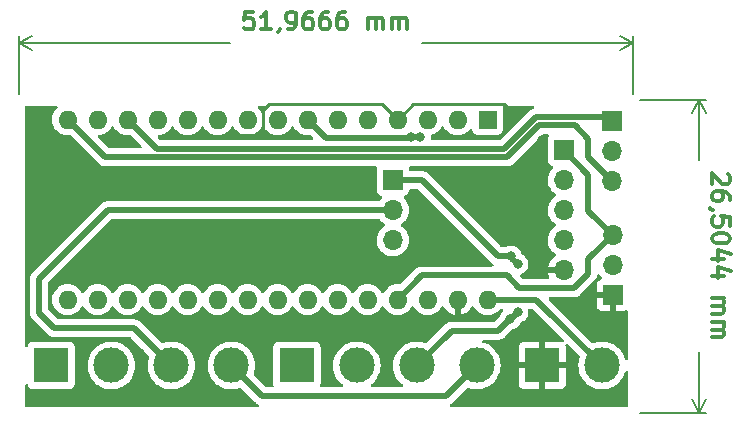
<source format=gbr>
%TF.GenerationSoftware,KiCad,Pcbnew,(6.0.0)*%
%TF.CreationDate,2022-10-01T22:30:54+02:00*%
%TF.ProjectId,012-Amesis-ColdSartE85,3031322d-416d-4657-9369-732d436f6c64,v0.01_Golf 1.6L 16v *%
%TF.SameCoordinates,Original*%
%TF.FileFunction,Copper,L1,Top*%
%TF.FilePolarity,Positive*%
%FSLAX46Y46*%
G04 Gerber Fmt 4.6, Leading zero omitted, Abs format (unit mm)*
G04 Created by KiCad (PCBNEW (6.0.0)) date 2022-10-01 22:30:54*
%MOMM*%
%LPD*%
G01*
G04 APERTURE LIST*
%ADD10C,0.300000*%
%TA.AperFunction,NonConductor*%
%ADD11C,0.300000*%
%TD*%
%TA.AperFunction,NonConductor*%
%ADD12C,0.200000*%
%TD*%
%TA.AperFunction,ComponentPad*%
%ADD13R,1.600000X1.600000*%
%TD*%
%TA.AperFunction,ComponentPad*%
%ADD14O,1.600000X1.600000*%
%TD*%
%TA.AperFunction,ComponentPad*%
%ADD15R,3.000000X3.000000*%
%TD*%
%TA.AperFunction,ComponentPad*%
%ADD16C,3.000000*%
%TD*%
%TA.AperFunction,ComponentPad*%
%ADD17R,1.700000X1.700000*%
%TD*%
%TA.AperFunction,ComponentPad*%
%ADD18O,1.700000X1.700000*%
%TD*%
%TA.AperFunction,ViaPad*%
%ADD19C,0.800000*%
%TD*%
%TA.AperFunction,Conductor*%
%ADD20C,0.250000*%
%TD*%
%TA.AperFunction,Conductor*%
%ADD21C,0.500000*%
%TD*%
G04 APERTURE END LIST*
D10*
D11*
X138053819Y-37510572D02*
X137339534Y-37510572D01*
X137268105Y-38224858D01*
X137339534Y-38153429D01*
X137482391Y-38082001D01*
X137839534Y-38082001D01*
X137982391Y-38153429D01*
X138053819Y-38224858D01*
X138125248Y-38367715D01*
X138125248Y-38724858D01*
X138053819Y-38867715D01*
X137982391Y-38939143D01*
X137839534Y-39010572D01*
X137482391Y-39010572D01*
X137339534Y-38939143D01*
X137268105Y-38867715D01*
X139553819Y-39010572D02*
X138696677Y-39010572D01*
X139125248Y-39010572D02*
X139125248Y-37510572D01*
X138982391Y-37724858D01*
X138839534Y-37867715D01*
X138696677Y-37939143D01*
X140268105Y-38939143D02*
X140268105Y-39010572D01*
X140196677Y-39153429D01*
X140125248Y-39224858D01*
X140982391Y-39010572D02*
X141268105Y-39010572D01*
X141410962Y-38939143D01*
X141482391Y-38867715D01*
X141625248Y-38653429D01*
X141696677Y-38367715D01*
X141696677Y-37796286D01*
X141625248Y-37653429D01*
X141553819Y-37582001D01*
X141410962Y-37510572D01*
X141125248Y-37510572D01*
X140982391Y-37582001D01*
X140910962Y-37653429D01*
X140839534Y-37796286D01*
X140839534Y-38153429D01*
X140910962Y-38296286D01*
X140982391Y-38367715D01*
X141125248Y-38439143D01*
X141410962Y-38439143D01*
X141553819Y-38367715D01*
X141625248Y-38296286D01*
X141696677Y-38153429D01*
X142982391Y-37510572D02*
X142696677Y-37510572D01*
X142553819Y-37582001D01*
X142482391Y-37653429D01*
X142339534Y-37867715D01*
X142268105Y-38153429D01*
X142268105Y-38724858D01*
X142339534Y-38867715D01*
X142410962Y-38939143D01*
X142553819Y-39010572D01*
X142839534Y-39010572D01*
X142982391Y-38939143D01*
X143053819Y-38867715D01*
X143125248Y-38724858D01*
X143125248Y-38367715D01*
X143053819Y-38224858D01*
X142982391Y-38153429D01*
X142839534Y-38082001D01*
X142553819Y-38082001D01*
X142410962Y-38153429D01*
X142339534Y-38224858D01*
X142268105Y-38367715D01*
X144410962Y-37510572D02*
X144125248Y-37510572D01*
X143982391Y-37582001D01*
X143910962Y-37653429D01*
X143768105Y-37867715D01*
X143696677Y-38153429D01*
X143696677Y-38724858D01*
X143768105Y-38867715D01*
X143839534Y-38939143D01*
X143982391Y-39010572D01*
X144268105Y-39010572D01*
X144410962Y-38939143D01*
X144482391Y-38867715D01*
X144553819Y-38724858D01*
X144553819Y-38367715D01*
X144482391Y-38224858D01*
X144410962Y-38153429D01*
X144268105Y-38082001D01*
X143982391Y-38082001D01*
X143839534Y-38153429D01*
X143768105Y-38224858D01*
X143696677Y-38367715D01*
X145839534Y-37510572D02*
X145553819Y-37510572D01*
X145410962Y-37582001D01*
X145339534Y-37653429D01*
X145196677Y-37867715D01*
X145125248Y-38153429D01*
X145125248Y-38724858D01*
X145196677Y-38867715D01*
X145268105Y-38939143D01*
X145410962Y-39010572D01*
X145696677Y-39010572D01*
X145839534Y-38939143D01*
X145910962Y-38867715D01*
X145982391Y-38724858D01*
X145982391Y-38367715D01*
X145910962Y-38224858D01*
X145839534Y-38153429D01*
X145696677Y-38082001D01*
X145410962Y-38082001D01*
X145268105Y-38153429D01*
X145196677Y-38224858D01*
X145125248Y-38367715D01*
X147768105Y-39010572D02*
X147768105Y-38010572D01*
X147768105Y-38153429D02*
X147839534Y-38082001D01*
X147982391Y-38010572D01*
X148196677Y-38010572D01*
X148339534Y-38082001D01*
X148410962Y-38224858D01*
X148410962Y-39010572D01*
X148410962Y-38224858D02*
X148482391Y-38082001D01*
X148625248Y-38010572D01*
X148839534Y-38010572D01*
X148982391Y-38082001D01*
X149053819Y-38224858D01*
X149053819Y-39010572D01*
X149768105Y-39010572D02*
X149768105Y-38010572D01*
X149768105Y-38153429D02*
X149839534Y-38082001D01*
X149982391Y-38010572D01*
X150196677Y-38010572D01*
X150339534Y-38082001D01*
X150410962Y-38224858D01*
X150410962Y-39010572D01*
X150410962Y-38224858D02*
X150482391Y-38082001D01*
X150625248Y-38010572D01*
X150839534Y-38010572D01*
X150982391Y-38082001D01*
X151053819Y-38224858D01*
X151053819Y-39010572D01*
D12*
X170180000Y-44459704D02*
X170180000Y-39545581D01*
X118213354Y-44459704D02*
X118213354Y-39545581D01*
X170180000Y-40132001D02*
X152310963Y-40132001D01*
X136082392Y-40132001D02*
X118213354Y-40132001D01*
X170180000Y-40132001D02*
X169053496Y-39545580D01*
X170180000Y-40132001D02*
X169053496Y-40718422D01*
X118213354Y-40132001D02*
X119339858Y-40718422D01*
X118213354Y-40132001D02*
X119339858Y-39545580D01*
D10*
D11*
X178250397Y-51278046D02*
X178321873Y-51349427D01*
X178393396Y-51492237D01*
X178393633Y-51849380D01*
X178322300Y-51992284D01*
X178250919Y-52063760D01*
X178108109Y-52135284D01*
X177965252Y-52135378D01*
X177750919Y-52064092D01*
X176893207Y-51207519D01*
X176893824Y-52136090D01*
X178394677Y-53420808D02*
X178394487Y-53135094D01*
X178322964Y-52992284D01*
X178251488Y-52920903D01*
X178037107Y-52778188D01*
X177751346Y-52706949D01*
X177179917Y-52707329D01*
X177037108Y-52778852D01*
X176965726Y-52850328D01*
X176894393Y-52993233D01*
X176894582Y-53278947D01*
X176966106Y-53421756D01*
X177037582Y-53493138D01*
X177180486Y-53564471D01*
X177537629Y-53564234D01*
X177680439Y-53492711D01*
X177751820Y-53421235D01*
X177823154Y-53278330D01*
X177822964Y-52992616D01*
X177751441Y-52849806D01*
X177679965Y-52778425D01*
X177537060Y-52707091D01*
X176966675Y-54278899D02*
X176895246Y-54278947D01*
X176752342Y-54207613D01*
X176680866Y-54136232D01*
X178396147Y-55635093D02*
X178395673Y-54920807D01*
X177681340Y-54849853D01*
X177752816Y-54921234D01*
X177824339Y-55064044D01*
X177824577Y-55421187D01*
X177753243Y-55564091D01*
X177681862Y-55635567D01*
X177539052Y-55707091D01*
X177181909Y-55707328D01*
X177039005Y-55635994D01*
X176967529Y-55564613D01*
X176896005Y-55421803D01*
X176895768Y-55064661D01*
X176967102Y-54921756D01*
X177038483Y-54850280D01*
X178396811Y-56635093D02*
X178396906Y-56777950D01*
X178325573Y-56920854D01*
X178254191Y-56992330D01*
X178111382Y-57063854D01*
X177825715Y-57135472D01*
X177468572Y-57135709D01*
X177182811Y-57064470D01*
X177039906Y-56993137D01*
X176968430Y-56921756D01*
X176896907Y-56778946D01*
X176896812Y-56636089D01*
X176968145Y-56493184D01*
X177039527Y-56421708D01*
X177182336Y-56350185D01*
X177468003Y-56278567D01*
X177825146Y-56278329D01*
X178110907Y-56349568D01*
X178253812Y-56420902D01*
X178325288Y-56492283D01*
X178396811Y-56635093D01*
X177897997Y-58421139D02*
X176897998Y-58421803D01*
X178469189Y-58063616D02*
X177397523Y-57707185D01*
X177398140Y-58635756D01*
X177898946Y-59849710D02*
X176898946Y-59850374D01*
X178470137Y-59492188D02*
X177398472Y-59135756D01*
X177399088Y-60064328D01*
X176900227Y-61778945D02*
X177900227Y-61778281D01*
X177757369Y-61778376D02*
X177828845Y-61849757D01*
X177900369Y-61992567D01*
X177900511Y-62206852D01*
X177829177Y-62349757D01*
X177686368Y-62421280D01*
X176900654Y-62421802D01*
X177686368Y-62421280D02*
X177829272Y-62492614D01*
X177900796Y-62635424D01*
X177900938Y-62849709D01*
X177829604Y-62992614D01*
X177686795Y-63064137D01*
X176901081Y-63064659D01*
X176901555Y-63778944D02*
X177901555Y-63778280D01*
X177758698Y-63778375D02*
X177830174Y-63849756D01*
X177901697Y-63992566D01*
X177901839Y-64206852D01*
X177830506Y-64349756D01*
X177687696Y-64421280D01*
X176901982Y-64421801D01*
X177687696Y-64421280D02*
X177830600Y-64492613D01*
X177902124Y-64635423D01*
X177902266Y-64849709D01*
X177830932Y-64992613D01*
X177688123Y-65064137D01*
X176902409Y-65064658D01*
D12*
X170800954Y-71463772D02*
X176371647Y-71460073D01*
X170783354Y-44959372D02*
X176354047Y-44955673D01*
X175785227Y-71460462D02*
X175781815Y-66322546D01*
X175771039Y-50093979D02*
X175767627Y-44956062D01*
X175785227Y-71460462D02*
X176370900Y-70333569D01*
X175785227Y-71460462D02*
X175198058Y-70334348D01*
X175767627Y-44956062D02*
X175181954Y-46082955D01*
X175767627Y-44956062D02*
X176354796Y-46082176D01*
D13*
%TO.P,A1,1,D1/TX*%
%TO.N,unconnected-(A1-Pad1)*%
X157888154Y-46646104D03*
D14*
%TO.P,A1,2,D0/RX*%
%TO.N,unconnected-(A1-Pad2)*%
X155348154Y-46646104D03*
%TO.P,A1,3,~{RESET}*%
%TO.N,unconnected-(A1-Pad3)*%
X152808154Y-46646104D03*
%TO.P,A1,4,GND*%
%TO.N,GND*%
X150268154Y-46646104D03*
%TO.P,A1,5,D2*%
%TO.N,Net-(A1-Pad5)*%
X147728154Y-46646104D03*
%TO.P,A1,6,D3*%
%TO.N,Net-(A1-Pad6)*%
X145188154Y-46646104D03*
%TO.P,A1,7,D4*%
%TO.N,Net-(A1-Pad7)*%
X142648154Y-46646104D03*
%TO.P,A1,8,D5*%
%TO.N,unconnected-(A1-Pad8)*%
X140108154Y-46646104D03*
%TO.P,A1,9,D6*%
%TO.N,unconnected-(A1-Pad9)*%
X137568154Y-46646104D03*
%TO.P,A1,10,D7*%
%TO.N,unconnected-(A1-Pad10)*%
X135028154Y-46646104D03*
%TO.P,A1,11,D8*%
%TO.N,unconnected-(A1-Pad11)*%
X132488154Y-46646104D03*
%TO.P,A1,12,D9*%
%TO.N,unconnected-(A1-Pad12)*%
X129948154Y-46646104D03*
%TO.P,A1,13,D10*%
%TO.N,Net-(A1-Pad13)*%
X127408154Y-46646104D03*
%TO.P,A1,14,D11*%
%TO.N,unconnected-(A1-Pad14)*%
X124868154Y-46646104D03*
%TO.P,A1,15,D12*%
%TO.N,Net-(A1-Pad15)*%
X122328154Y-46646104D03*
%TO.P,A1,16,D13*%
%TO.N,unconnected-(A1-Pad16)*%
X122328154Y-61886104D03*
%TO.P,A1,17,3V3*%
%TO.N,unconnected-(A1-Pad17)*%
X124868154Y-61886104D03*
%TO.P,A1,18,AREF*%
%TO.N,unconnected-(A1-Pad18)*%
X127408154Y-61886104D03*
%TO.P,A1,19,A0*%
%TO.N,unconnected-(A1-Pad19)*%
X129948154Y-61886104D03*
%TO.P,A1,20,A1*%
%TO.N,unconnected-(A1-Pad20)*%
X132488154Y-61886104D03*
%TO.P,A1,21,A2*%
%TO.N,unconnected-(A1-Pad21)*%
X135028154Y-61886104D03*
%TO.P,A1,22,A3*%
%TO.N,unconnected-(A1-Pad22)*%
X137568154Y-61886104D03*
%TO.P,A1,23,A4*%
%TO.N,unconnected-(A1-Pad23)*%
X140108154Y-61886104D03*
%TO.P,A1,24,A5*%
%TO.N,unconnected-(A1-Pad24)*%
X142648154Y-61886104D03*
%TO.P,A1,25,A6*%
%TO.N,unconnected-(A1-Pad25)*%
X145188154Y-61886104D03*
%TO.P,A1,26,A7*%
%TO.N,Net-(A1-Pad26)*%
X147728154Y-61886104D03*
%TO.P,A1,27,+5V*%
%TO.N,Net-(A1-Pad27)*%
X150268154Y-61886104D03*
%TO.P,A1,28,~{RESET}*%
%TO.N,unconnected-(A1-Pad28)*%
X152808154Y-61886104D03*
%TO.P,A1,29,GND*%
%TO.N,GND*%
X155348154Y-61886104D03*
%TO.P,A1,30,VIN*%
%TO.N,Net-(A1-Pad30)*%
X157888154Y-61886104D03*
%TD*%
D15*
%TO.P,J1,1,Pin_1*%
%TO.N,GND*%
X162510954Y-67464104D03*
D16*
%TO.P,J1,2,Pin_2*%
%TO.N,Net-(A1-Pad30)*%
X167590954Y-67464104D03*
%TD*%
D17*
%TO.P,Jumpers_Option1,1,Pin_1*%
%TO.N,Net-(A1-Pad13)*%
X168454554Y-46803504D03*
D18*
%TO.P,Jumpers_Option1,2,Pin_2*%
%TO.N,GND*%
X168454554Y-49343504D03*
%TO.P,Jumpers_Option1,3,Pin_3*%
%TO.N,Net-(A1-Pad15)*%
X168454554Y-51883504D03*
%TD*%
D15*
%TO.P,G2/G62_OutPut_IAT1,1,Pin_1*%
%TO.N,Net-(G2/G62_InPut_IAT1-Pad1)*%
X141733754Y-67464104D03*
D16*
%TO.P,G2/G62_OutPut_IAT1,2,Pin_2*%
%TO.N,Net-(G2/G62_InPut_IAT1-Pad2)*%
X146813754Y-67464104D03*
%TO.P,G2/G62_OutPut_IAT1,3,Pin_3*%
%TO.N,Net-(G2/G62_OutPut_IAT1-Pad3)*%
X151893754Y-67464104D03*
%TO.P,G2/G62_OutPut_IAT1,4,Pin_4*%
%TO.N,Net-(G2/G62_InPut_IAT1-Pad4)*%
X156973754Y-67464104D03*
%TD*%
D17*
%TO.P,IAT_Interne1,1,1*%
%TO.N,GND*%
X168479554Y-61505504D03*
D18*
%TO.P,IAT_Interne1,2,2*%
%TO.N,Net-(A1-Pad26)*%
X168479554Y-58965504D03*
%TO.P,IAT_Interne1,3,3*%
%TO.N,Net-(A1-Pad27)*%
X168479554Y-56425504D03*
%TD*%
D15*
%TO.P,G2/G62_InPut_IAT1,1,Pin_1*%
%TO.N,Net-(G2/G62_InPut_IAT1-Pad1)*%
X120956554Y-67464104D03*
D16*
%TO.P,G2/G62_InPut_IAT1,2,Pin_2*%
%TO.N,Net-(G2/G62_InPut_IAT1-Pad2)*%
X126036554Y-67464104D03*
%TO.P,G2/G62_InPut_IAT1,3,Pin_3*%
%TO.N,Net-(G2/G62_InPut_IAT1-Pad3)*%
X131116554Y-67464104D03*
%TO.P,G2/G62_InPut_IAT1,4,Pin_4*%
%TO.N,Net-(G2/G62_InPut_IAT1-Pad4)*%
X136196554Y-67464104D03*
%TD*%
D17*
%TO.P,J2,1,Pin_1*%
%TO.N,Net-(A1-Pad27)*%
X164339754Y-49226904D03*
D18*
%TO.P,J2,2,Pin_2*%
%TO.N,Net-(A1-Pad7)*%
X164339754Y-51766904D03*
%TO.P,J2,3,Pin_3*%
%TO.N,Net-(A1-Pad5)*%
X164339754Y-54306904D03*
%TO.P,J2,4,Pin_4*%
%TO.N,Net-(A1-Pad6)*%
X164339754Y-56846904D03*
%TO.P,J2,5,Pin_5*%
%TO.N,GND*%
X164339754Y-59386904D03*
%TD*%
D17*
%TO.P,J3,1,Pin_1*%
%TO.N,Net-(G2/G62_OutPut_IAT1-Pad3)*%
X149861754Y-51766904D03*
D18*
%TO.P,J3,2,Pin_2*%
%TO.N,Net-(G2/G62_InPut_IAT1-Pad3)*%
X149861754Y-54306904D03*
%TO.P,J3,3,Pin_3*%
%TO.N,unconnected-(J3-Pad3)*%
X149861754Y-56846904D03*
%TD*%
D19*
%TO.N,GND*%
X123242554Y-49379304D03*
X124868154Y-59691704D03*
X133554954Y-68937304D03*
X160580554Y-55997404D03*
X162460154Y-48363304D03*
X165406554Y-69394504D03*
X160021754Y-46534504D03*
X123648954Y-69394504D03*
X138228554Y-65635304D03*
X159056554Y-51868504D03*
X126595354Y-48414104D03*
X158751754Y-69445304D03*
X128474954Y-66397304D03*
X136348954Y-47956904D03*
%TO.N,Net-(A1-Pad7)*%
X151385754Y-48160104D03*
X152198554Y-48160104D03*
%TO.N,Net-(G2/G62_OutPut_IAT1-Pad3)*%
X159818554Y-63501704D03*
X160428154Y-58878904D03*
X160428154Y-62942904D03*
X159869354Y-58218504D03*
%TD*%
D20*
%TO.N,GND*%
X151598954Y-45315304D02*
X150268154Y-46646104D01*
X138838154Y-47398104D02*
X138279354Y-47956904D01*
X148937354Y-45315304D02*
X139396954Y-45315304D01*
X160021754Y-46026504D02*
X159310554Y-45315304D01*
X159310554Y-45315304D02*
X151598954Y-45315304D01*
X138279354Y-47956904D02*
X136348954Y-47956904D01*
X138838154Y-45874104D02*
X138838154Y-47398104D01*
X150268154Y-46646104D02*
X148937354Y-45315304D01*
X139396954Y-45315304D02*
X138838154Y-45874104D01*
X160021754Y-46534504D02*
X160021754Y-46026504D01*
D21*
%TO.N,Net-(A1-Pad7)*%
X144212954Y-48210904D02*
X142648154Y-46646104D01*
X151385754Y-48160104D02*
X151334954Y-48210904D01*
X151334954Y-48210904D02*
X144212954Y-48210904D01*
X152198554Y-48160104D02*
X151385754Y-48160104D01*
%TO.N,Net-(A1-Pad30)*%
X167590954Y-67464104D02*
X162012954Y-61886104D01*
X162012954Y-61886104D02*
X157888154Y-61886104D01*
%TO.N,Net-(A1-Pad27)*%
X165203354Y-60910904D02*
X166422554Y-59691704D01*
X166422554Y-59691704D02*
X166422554Y-58482504D01*
X152310154Y-59844104D02*
X159505140Y-59844104D01*
X150268154Y-61886104D02*
X152310154Y-59844104D01*
X166422554Y-58482504D02*
X168479554Y-56425504D01*
X168479554Y-56425504D02*
X166422554Y-54368504D01*
X159505140Y-59844104D02*
X160571940Y-60910904D01*
X166422554Y-54368504D02*
X166422554Y-51309704D01*
X160571940Y-60910904D02*
X165203354Y-60910904D01*
X166422554Y-51309704D02*
X164339754Y-49226904D01*
%TO.N,Net-(A1-Pad13)*%
X168095635Y-46444585D02*
X168454554Y-46803504D01*
X161966897Y-46444585D02*
X168095635Y-46444585D01*
X159274498Y-49136984D02*
X161966897Y-46444585D01*
X127408154Y-46646104D02*
X129899034Y-49136984D01*
X129899034Y-49136984D02*
X159274498Y-49136984D01*
%TO.N,Net-(A1-Pad15)*%
X159564248Y-49836504D02*
X125518554Y-49836504D01*
X125518554Y-49836504D02*
X122328154Y-46646104D01*
X165304954Y-47144104D02*
X162256648Y-47144104D01*
X166422554Y-48261704D02*
X165304954Y-47144104D01*
X166422554Y-49851504D02*
X166422554Y-48261704D01*
X162256648Y-47144104D02*
X159564248Y-49836504D01*
X168454554Y-51883504D02*
X166422554Y-49851504D01*
%TO.N,Net-(G2/G62_InPut_IAT1-Pad3)*%
X119889754Y-62993704D02*
X119889754Y-60148904D01*
X121210554Y-64314504D02*
X119889754Y-62993704D01*
X127966954Y-64314504D02*
X121210554Y-64314504D01*
X119889754Y-60148904D02*
X125731754Y-54306904D01*
X131116554Y-67464104D02*
X127966954Y-64314504D01*
X125731754Y-54306904D02*
X149861754Y-54306904D01*
%TO.N,Net-(G2/G62_InPut_IAT1-Pad4)*%
X136196554Y-67464104D02*
X138787354Y-70054904D01*
X138787354Y-70054904D02*
X154382954Y-70054904D01*
X154382954Y-70054904D02*
X156973754Y-67464104D01*
D20*
%TO.N,Net-(G2/G62_OutPut_IAT1-Pad3)*%
X159818554Y-63501704D02*
X159869354Y-63501704D01*
D21*
X151893754Y-67464104D02*
X154840154Y-64517704D01*
X158751754Y-58218504D02*
X159970954Y-58218504D01*
X154840154Y-64517704D02*
X158802554Y-64517704D01*
X158751754Y-58218504D02*
X152300154Y-51766904D01*
X158802554Y-64517704D02*
X159818554Y-63501704D01*
X159970954Y-58421704D02*
X160428154Y-58878904D01*
X159970954Y-58218504D02*
X159970954Y-58421704D01*
X159869354Y-63501704D02*
X160428154Y-62942904D01*
X152300154Y-51766904D02*
X149861754Y-51766904D01*
%TD*%
%TA.AperFunction,Conductor*%
%TO.N,GND*%
G36*
X161714704Y-62664606D02*
G01*
X161735678Y-62681509D01*
X164343203Y-65289034D01*
X164377229Y-65351346D01*
X164372164Y-65422161D01*
X164329617Y-65478997D01*
X164263097Y-65503808D01*
X164209878Y-65496111D01*
X164128560Y-65465626D01*
X164113305Y-65461999D01*
X164062440Y-65456473D01*
X164055626Y-65456104D01*
X162783069Y-65456104D01*
X162767830Y-65460579D01*
X162766625Y-65461969D01*
X162764954Y-65469652D01*
X162764954Y-67191989D01*
X162769429Y-67207228D01*
X162770819Y-67208433D01*
X162778502Y-67210104D01*
X164500838Y-67210104D01*
X164516077Y-67205629D01*
X164517282Y-67204239D01*
X164518953Y-67196556D01*
X164518953Y-65919435D01*
X164518583Y-65912614D01*
X164513059Y-65861752D01*
X164509433Y-65846501D01*
X164478947Y-65765180D01*
X164473764Y-65694373D01*
X164507685Y-65632004D01*
X164569940Y-65597875D01*
X164640764Y-65602821D01*
X164686024Y-65631855D01*
X165680909Y-66626740D01*
X165714935Y-66689052D01*
X165710140Y-66759136D01*
X165657697Y-66902441D01*
X165599358Y-67170011D01*
X165577871Y-67443022D01*
X165593636Y-67716424D01*
X165594461Y-67720629D01*
X165594462Y-67720637D01*
X165605081Y-67774761D01*
X165646359Y-67985157D01*
X165647746Y-67989207D01*
X165647747Y-67989212D01*
X165733310Y-68239120D01*
X165735066Y-68244248D01*
X165858114Y-68488903D01*
X165860540Y-68492432D01*
X165860543Y-68492438D01*
X166010797Y-68711057D01*
X166013228Y-68714594D01*
X166197536Y-68917147D01*
X166407629Y-69092811D01*
X166411270Y-69095095D01*
X166635978Y-69236055D01*
X166635982Y-69236057D01*
X166639618Y-69238338D01*
X166707498Y-69268987D01*
X166885299Y-69349268D01*
X166885303Y-69349270D01*
X166889211Y-69351034D01*
X166893331Y-69352254D01*
X166893330Y-69352254D01*
X167147677Y-69427595D01*
X167147681Y-69427596D01*
X167151790Y-69428813D01*
X167156024Y-69429461D01*
X167156029Y-69429462D01*
X167418252Y-69469587D01*
X167418254Y-69469587D01*
X167422494Y-69470236D01*
X167561866Y-69472426D01*
X167692025Y-69474471D01*
X167692031Y-69474471D01*
X167696316Y-69474538D01*
X167968189Y-69441638D01*
X168233081Y-69372145D01*
X168237041Y-69370505D01*
X168237046Y-69370503D01*
X168369718Y-69315548D01*
X168486090Y-69267345D01*
X168606503Y-69196981D01*
X168718833Y-69131341D01*
X168718834Y-69131340D01*
X168722536Y-69129177D01*
X168938043Y-68960198D01*
X168979763Y-68917147D01*
X169125640Y-68766613D01*
X169128623Y-68763535D01*
X169131156Y-68760087D01*
X169131160Y-68760082D01*
X169288211Y-68546282D01*
X169290749Y-68542827D01*
X169318108Y-68492438D01*
X169419372Y-68305934D01*
X169419373Y-68305932D01*
X169421422Y-68302158D01*
X169518223Y-68045981D01*
X169526534Y-68009693D01*
X169561239Y-67947757D01*
X169623920Y-67914416D01*
X169694676Y-67920255D01*
X169751043Y-67963422D01*
X169775124Y-68030210D01*
X169775354Y-68037822D01*
X169775354Y-70843304D01*
X169755352Y-70911425D01*
X169701696Y-70957918D01*
X169649354Y-70969304D01*
X154793587Y-70969304D01*
X154725466Y-70949302D01*
X154678973Y-70895646D01*
X154668869Y-70825372D01*
X154698363Y-70760792D01*
X154725948Y-70739350D01*
X154724891Y-70737737D01*
X154785930Y-70697718D01*
X154789634Y-70695381D01*
X154852061Y-70657499D01*
X154860438Y-70650101D01*
X154860462Y-70650128D01*
X154863454Y-70647475D01*
X154866687Y-70644772D01*
X154872806Y-70640760D01*
X154926082Y-70584521D01*
X154928460Y-70582079D01*
X156133032Y-69377507D01*
X156195344Y-69343481D01*
X156266047Y-69348504D01*
X156268093Y-69349265D01*
X156272011Y-69351034D01*
X156276130Y-69352254D01*
X156276133Y-69352255D01*
X156530477Y-69427595D01*
X156530481Y-69427596D01*
X156534590Y-69428813D01*
X156538824Y-69429461D01*
X156538829Y-69429462D01*
X156801052Y-69469587D01*
X156801054Y-69469587D01*
X156805294Y-69470236D01*
X156944666Y-69472426D01*
X157074825Y-69474471D01*
X157074831Y-69474471D01*
X157079116Y-69474538D01*
X157350989Y-69441638D01*
X157615881Y-69372145D01*
X157619841Y-69370505D01*
X157619846Y-69370503D01*
X157752518Y-69315548D01*
X157868890Y-69267345D01*
X157989303Y-69196981D01*
X158101633Y-69131341D01*
X158101634Y-69131340D01*
X158105336Y-69129177D01*
X158258893Y-69008773D01*
X160502955Y-69008773D01*
X160503325Y-69015594D01*
X160508849Y-69066456D01*
X160512475Y-69081708D01*
X160557630Y-69202158D01*
X160566168Y-69217753D01*
X160642669Y-69319828D01*
X160655230Y-69332389D01*
X160757305Y-69408890D01*
X160772900Y-69417428D01*
X160893348Y-69462582D01*
X160908603Y-69466209D01*
X160959468Y-69471735D01*
X160966282Y-69472104D01*
X162238839Y-69472104D01*
X162254078Y-69467629D01*
X162255283Y-69466239D01*
X162256954Y-69458556D01*
X162256954Y-69453988D01*
X162764954Y-69453988D01*
X162769429Y-69469227D01*
X162770819Y-69470432D01*
X162778502Y-69472103D01*
X164055623Y-69472103D01*
X164062444Y-69471733D01*
X164113306Y-69466209D01*
X164128558Y-69462583D01*
X164249008Y-69417428D01*
X164264603Y-69408890D01*
X164366678Y-69332389D01*
X164379239Y-69319828D01*
X164455740Y-69217753D01*
X164464278Y-69202158D01*
X164509432Y-69081710D01*
X164513059Y-69066455D01*
X164518585Y-69015590D01*
X164518954Y-69008776D01*
X164518954Y-67736219D01*
X164514479Y-67720980D01*
X164513089Y-67719775D01*
X164505406Y-67718104D01*
X162783069Y-67718104D01*
X162767830Y-67722579D01*
X162766625Y-67723969D01*
X162764954Y-67731652D01*
X162764954Y-69453988D01*
X162256954Y-69453988D01*
X162256954Y-67736219D01*
X162252479Y-67720980D01*
X162251089Y-67719775D01*
X162243406Y-67718104D01*
X160521070Y-67718104D01*
X160505831Y-67722579D01*
X160504626Y-67723969D01*
X160502955Y-67731652D01*
X160502955Y-69008773D01*
X158258893Y-69008773D01*
X158320843Y-68960198D01*
X158362563Y-68917147D01*
X158508440Y-68766613D01*
X158511423Y-68763535D01*
X158513956Y-68760087D01*
X158513960Y-68760082D01*
X158671011Y-68546282D01*
X158673549Y-68542827D01*
X158700908Y-68492438D01*
X158802172Y-68305934D01*
X158802173Y-68305932D01*
X158804222Y-68302158D01*
X158901023Y-68045981D01*
X158962161Y-67779037D01*
X158965983Y-67736219D01*
X158986285Y-67508731D01*
X158986285Y-67508729D01*
X158986505Y-67506265D01*
X158986947Y-67464104D01*
X158985219Y-67438752D01*
X158968613Y-67195159D01*
X158968612Y-67195153D01*
X158968396Y-67191989D01*
X160502954Y-67191989D01*
X160507429Y-67207228D01*
X160508819Y-67208433D01*
X160516502Y-67210104D01*
X162238839Y-67210104D01*
X162254078Y-67205629D01*
X162255283Y-67204239D01*
X162256954Y-67196556D01*
X162256954Y-65474220D01*
X162252479Y-65458981D01*
X162251089Y-65457776D01*
X162243406Y-65456105D01*
X160966285Y-65456105D01*
X160959464Y-65456475D01*
X160908602Y-65461999D01*
X160893350Y-65465625D01*
X160772900Y-65510780D01*
X160757305Y-65519318D01*
X160655230Y-65595819D01*
X160642669Y-65608380D01*
X160566168Y-65710455D01*
X160557630Y-65726050D01*
X160512476Y-65846498D01*
X160508849Y-65861753D01*
X160503323Y-65912618D01*
X160502954Y-65919432D01*
X160502954Y-67191989D01*
X158968396Y-67191989D01*
X158968321Y-67190882D01*
X158912786Y-66922716D01*
X158821371Y-66664569D01*
X158695767Y-66421216D01*
X158685794Y-66407025D01*
X158540762Y-66200666D01*
X158538299Y-66197161D01*
X158351879Y-65996549D01*
X158348564Y-65993835D01*
X158348560Y-65993832D01*
X158187058Y-65861644D01*
X158139959Y-65823094D01*
X157906458Y-65680005D01*
X157902522Y-65678277D01*
X157659627Y-65571653D01*
X157659623Y-65571652D01*
X157655699Y-65569929D01*
X157492297Y-65523383D01*
X157432262Y-65485484D01*
X157402248Y-65421144D01*
X157411782Y-65350791D01*
X157457840Y-65296761D01*
X157526816Y-65276204D01*
X158735484Y-65276204D01*
X158754434Y-65277637D01*
X158768669Y-65279803D01*
X158768673Y-65279803D01*
X158775903Y-65280903D01*
X158783195Y-65280310D01*
X158783198Y-65280310D01*
X158828572Y-65276619D01*
X158838787Y-65276204D01*
X158846847Y-65276204D01*
X158860137Y-65274655D01*
X158875061Y-65272915D01*
X158879436Y-65272482D01*
X158944893Y-65267158D01*
X158944896Y-65267157D01*
X158952191Y-65266564D01*
X158959155Y-65264308D01*
X158965114Y-65263117D01*
X158970969Y-65261733D01*
X158978235Y-65260886D01*
X159046881Y-65235969D01*
X159051009Y-65234552D01*
X159113490Y-65214311D01*
X159113492Y-65214310D01*
X159120453Y-65212055D01*
X159126708Y-65208259D01*
X159132182Y-65205753D01*
X159137612Y-65203034D01*
X159144491Y-65200537D01*
X159205530Y-65160518D01*
X159209234Y-65158181D01*
X159271661Y-65120299D01*
X159280038Y-65112901D01*
X159280062Y-65112928D01*
X159283054Y-65110275D01*
X159286287Y-65107572D01*
X159292406Y-65103560D01*
X159345682Y-65047321D01*
X159348060Y-65044879D01*
X159974885Y-64418054D01*
X160037782Y-64383903D01*
X160094378Y-64371873D01*
X160094387Y-64371870D01*
X160100842Y-64370498D01*
X160106873Y-64367813D01*
X160269276Y-64295507D01*
X160269278Y-64295506D01*
X160275306Y-64292822D01*
X160429807Y-64180570D01*
X160557594Y-64038648D01*
X160619255Y-63931848D01*
X160649779Y-63878980D01*
X160649781Y-63878977D01*
X160653081Y-63873260D01*
X160653630Y-63871571D01*
X160698448Y-63818841D01*
X160716327Y-63809078D01*
X160878876Y-63736707D01*
X160878878Y-63736706D01*
X160884906Y-63734022D01*
X160891512Y-63729223D01*
X160980223Y-63664770D01*
X161039407Y-63621770D01*
X161098871Y-63555729D01*
X161162775Y-63484756D01*
X161162776Y-63484755D01*
X161167194Y-63479848D01*
X161262681Y-63314460D01*
X161321696Y-63132832D01*
X161322855Y-63121811D01*
X161340968Y-62949469D01*
X161341658Y-62942904D01*
X161333010Y-62860627D01*
X161324933Y-62783774D01*
X161337705Y-62713936D01*
X161386207Y-62662089D01*
X161450243Y-62644604D01*
X161646583Y-62644604D01*
X161714704Y-62664606D01*
G37*
%TD.AperFunction*%
%TA.AperFunction,Conductor*%
G36*
X121419987Y-45487706D02*
G01*
X121466480Y-45541362D01*
X121476584Y-45611636D01*
X121447090Y-45676216D01*
X121440961Y-45682799D01*
X121321956Y-45801804D01*
X121318799Y-45806312D01*
X121318797Y-45806315D01*
X121278377Y-45864041D01*
X121190631Y-45989355D01*
X121188308Y-45994337D01*
X121188305Y-45994342D01*
X121188188Y-45994593D01*
X121093870Y-46196861D01*
X121034611Y-46418017D01*
X121014656Y-46646104D01*
X121034611Y-46874191D01*
X121093870Y-47095347D01*
X121096193Y-47100328D01*
X121096193Y-47100329D01*
X121188305Y-47297866D01*
X121188308Y-47297871D01*
X121190631Y-47302853D01*
X121208999Y-47329085D01*
X121291575Y-47447015D01*
X121321956Y-47490404D01*
X121483854Y-47652302D01*
X121488362Y-47655459D01*
X121488365Y-47655461D01*
X121513338Y-47672947D01*
X121671405Y-47783627D01*
X121676387Y-47785950D01*
X121676392Y-47785953D01*
X121805950Y-47846366D01*
X121878911Y-47880388D01*
X121884219Y-47881810D01*
X121884221Y-47881811D01*
X122094752Y-47938223D01*
X122094754Y-47938223D01*
X122100067Y-47939647D01*
X122328154Y-47959602D01*
X122333629Y-47959123D01*
X122491067Y-47945349D01*
X122560672Y-47959338D01*
X122591144Y-47981775D01*
X124934784Y-50325415D01*
X124947170Y-50339827D01*
X124955703Y-50351422D01*
X124955708Y-50351427D01*
X124960046Y-50357322D01*
X124965624Y-50362061D01*
X124965627Y-50362064D01*
X125000322Y-50391539D01*
X125007838Y-50398469D01*
X125013533Y-50404164D01*
X125016415Y-50406444D01*
X125035805Y-50421785D01*
X125039209Y-50424576D01*
X125089257Y-50467095D01*
X125094839Y-50471837D01*
X125101355Y-50475165D01*
X125106404Y-50478532D01*
X125111533Y-50481699D01*
X125117270Y-50486238D01*
X125183429Y-50517159D01*
X125187323Y-50519062D01*
X125252362Y-50552273D01*
X125259470Y-50554012D01*
X125265113Y-50556111D01*
X125270876Y-50558028D01*
X125277504Y-50561126D01*
X125284666Y-50562616D01*
X125284667Y-50562616D01*
X125348966Y-50575990D01*
X125353250Y-50576960D01*
X125424164Y-50594312D01*
X125429766Y-50594660D01*
X125429769Y-50594660D01*
X125435318Y-50595004D01*
X125435316Y-50595040D01*
X125439309Y-50595279D01*
X125443501Y-50595653D01*
X125450669Y-50597144D01*
X125528074Y-50595050D01*
X125531482Y-50595004D01*
X148407530Y-50595004D01*
X148475651Y-50615006D01*
X148522144Y-50668662D01*
X148532248Y-50738936D01*
X148525512Y-50765233D01*
X148510009Y-50806588D01*
X148503254Y-50868770D01*
X148503254Y-52665038D01*
X148510009Y-52727220D01*
X148561139Y-52863609D01*
X148648493Y-52980165D01*
X148765049Y-53067519D01*
X148773458Y-53070671D01*
X148773459Y-53070672D01*
X148882205Y-53111439D01*
X148938970Y-53154080D01*
X148963670Y-53220642D01*
X148948463Y-53289991D01*
X148929070Y-53316472D01*
X148802383Y-53449042D01*
X148772117Y-53493411D01*
X148717209Y-53538411D01*
X148668031Y-53548404D01*
X125798824Y-53548404D01*
X125779874Y-53546971D01*
X125765639Y-53544805D01*
X125765635Y-53544805D01*
X125758405Y-53543705D01*
X125751113Y-53544298D01*
X125751110Y-53544298D01*
X125705736Y-53547989D01*
X125695521Y-53548404D01*
X125687461Y-53548404D01*
X125683827Y-53548828D01*
X125683821Y-53548828D01*
X125670796Y-53550347D01*
X125659234Y-53551695D01*
X125654886Y-53552125D01*
X125632813Y-53553920D01*
X125589416Y-53557450D01*
X125589413Y-53557451D01*
X125582118Y-53558044D01*
X125575154Y-53560300D01*
X125569215Y-53561487D01*
X125563344Y-53562874D01*
X125556073Y-53563722D01*
X125549197Y-53566218D01*
X125549188Y-53566220D01*
X125487456Y-53588629D01*
X125483352Y-53590039D01*
X125413855Y-53612552D01*
X125407600Y-53616348D01*
X125402141Y-53618847D01*
X125396693Y-53621575D01*
X125389817Y-53624071D01*
X125328764Y-53664099D01*
X125325081Y-53666423D01*
X125267440Y-53701400D01*
X125267436Y-53701403D01*
X125262647Y-53704309D01*
X125254271Y-53711707D01*
X125254247Y-53711680D01*
X125251265Y-53714325D01*
X125248028Y-53717032D01*
X125241902Y-53721048D01*
X125236866Y-53726364D01*
X125236865Y-53726365D01*
X125188608Y-53777306D01*
X125186230Y-53779748D01*
X119400843Y-59565134D01*
X119386431Y-59577520D01*
X119374836Y-59586053D01*
X119374831Y-59586058D01*
X119368936Y-59590396D01*
X119364197Y-59595974D01*
X119364194Y-59595977D01*
X119334719Y-59630672D01*
X119327789Y-59638188D01*
X119322094Y-59643883D01*
X119319814Y-59646765D01*
X119304473Y-59666155D01*
X119301682Y-59669559D01*
X119259163Y-59719607D01*
X119254421Y-59725189D01*
X119251093Y-59731705D01*
X119247726Y-59736754D01*
X119244559Y-59741883D01*
X119240020Y-59747620D01*
X119209099Y-59813779D01*
X119207196Y-59817673D01*
X119173985Y-59882712D01*
X119172246Y-59889820D01*
X119170147Y-59895463D01*
X119168230Y-59901226D01*
X119165132Y-59907854D01*
X119163642Y-59915016D01*
X119163642Y-59915017D01*
X119150268Y-59979316D01*
X119149298Y-59983600D01*
X119131946Y-60054514D01*
X119131254Y-60065668D01*
X119131218Y-60065666D01*
X119130979Y-60069659D01*
X119130605Y-60073851D01*
X119129114Y-60081019D01*
X119129312Y-60088336D01*
X119131208Y-60158425D01*
X119131254Y-60161832D01*
X119131254Y-62926634D01*
X119129821Y-62945584D01*
X119126555Y-62967053D01*
X119127148Y-62974345D01*
X119127148Y-62974348D01*
X119130839Y-63019722D01*
X119131254Y-63029937D01*
X119131254Y-63037997D01*
X119131679Y-63041641D01*
X119134543Y-63066211D01*
X119134976Y-63070586D01*
X119139143Y-63121811D01*
X119140894Y-63143341D01*
X119143150Y-63150305D01*
X119144341Y-63156264D01*
X119145725Y-63162119D01*
X119146572Y-63169385D01*
X119171489Y-63238031D01*
X119172906Y-63242159D01*
X119191317Y-63298989D01*
X119195403Y-63311603D01*
X119199199Y-63317858D01*
X119201705Y-63323332D01*
X119204424Y-63328762D01*
X119206921Y-63335641D01*
X119210934Y-63341761D01*
X119210934Y-63341762D01*
X119246940Y-63396680D01*
X119249277Y-63400384D01*
X119287159Y-63462811D01*
X119290875Y-63467019D01*
X119290876Y-63467020D01*
X119294557Y-63471188D01*
X119294530Y-63471212D01*
X119297183Y-63474204D01*
X119299886Y-63477437D01*
X119303898Y-63483556D01*
X119309210Y-63488588D01*
X119360137Y-63536832D01*
X119362579Y-63539210D01*
X120626784Y-64803415D01*
X120639170Y-64817827D01*
X120647703Y-64829422D01*
X120647708Y-64829427D01*
X120652046Y-64835322D01*
X120657624Y-64840061D01*
X120657627Y-64840064D01*
X120692322Y-64869539D01*
X120699838Y-64876469D01*
X120705533Y-64882164D01*
X120708415Y-64884444D01*
X120727805Y-64899785D01*
X120731209Y-64902576D01*
X120781257Y-64945095D01*
X120786839Y-64949837D01*
X120793355Y-64953165D01*
X120798404Y-64956532D01*
X120803533Y-64959699D01*
X120809270Y-64964238D01*
X120875429Y-64995159D01*
X120879323Y-64997062D01*
X120944362Y-65030273D01*
X120951470Y-65032012D01*
X120957113Y-65034111D01*
X120962876Y-65036028D01*
X120969504Y-65039126D01*
X120976666Y-65040616D01*
X120976667Y-65040616D01*
X121040966Y-65053990D01*
X121045250Y-65054960D01*
X121116164Y-65072312D01*
X121121766Y-65072660D01*
X121121769Y-65072660D01*
X121127318Y-65073004D01*
X121127316Y-65073040D01*
X121131309Y-65073279D01*
X121135501Y-65073653D01*
X121142669Y-65075144D01*
X121220074Y-65073050D01*
X121223482Y-65073004D01*
X127600583Y-65073004D01*
X127668704Y-65093006D01*
X127689678Y-65109909D01*
X129206509Y-66626740D01*
X129240535Y-66689052D01*
X129235740Y-66759136D01*
X129183297Y-66902441D01*
X129124958Y-67170011D01*
X129103471Y-67443022D01*
X129119236Y-67716424D01*
X129120061Y-67720629D01*
X129120062Y-67720637D01*
X129130681Y-67774761D01*
X129171959Y-67985157D01*
X129173346Y-67989207D01*
X129173347Y-67989212D01*
X129258910Y-68239120D01*
X129260666Y-68244248D01*
X129383714Y-68488903D01*
X129386140Y-68492432D01*
X129386143Y-68492438D01*
X129536397Y-68711057D01*
X129538828Y-68714594D01*
X129723136Y-68917147D01*
X129933229Y-69092811D01*
X129936870Y-69095095D01*
X130161578Y-69236055D01*
X130161582Y-69236057D01*
X130165218Y-69238338D01*
X130233098Y-69268987D01*
X130410899Y-69349268D01*
X130410903Y-69349270D01*
X130414811Y-69351034D01*
X130418931Y-69352254D01*
X130418930Y-69352254D01*
X130673277Y-69427595D01*
X130673281Y-69427596D01*
X130677390Y-69428813D01*
X130681624Y-69429461D01*
X130681629Y-69429462D01*
X130943852Y-69469587D01*
X130943854Y-69469587D01*
X130948094Y-69470236D01*
X131087466Y-69472426D01*
X131217625Y-69474471D01*
X131217631Y-69474471D01*
X131221916Y-69474538D01*
X131493789Y-69441638D01*
X131758681Y-69372145D01*
X131762641Y-69370505D01*
X131762646Y-69370503D01*
X131895318Y-69315548D01*
X132011690Y-69267345D01*
X132132103Y-69196981D01*
X132244433Y-69131341D01*
X132244434Y-69131340D01*
X132248136Y-69129177D01*
X132463643Y-68960198D01*
X132505363Y-68917147D01*
X132651240Y-68766613D01*
X132654223Y-68763535D01*
X132656756Y-68760087D01*
X132656760Y-68760082D01*
X132813811Y-68546282D01*
X132816349Y-68542827D01*
X132843708Y-68492438D01*
X132944972Y-68305934D01*
X132944973Y-68305932D01*
X132947022Y-68302158D01*
X133043823Y-68045981D01*
X133104961Y-67779037D01*
X133108783Y-67736219D01*
X133129085Y-67508731D01*
X133129085Y-67508729D01*
X133129305Y-67506265D01*
X133129747Y-67464104D01*
X133128019Y-67438752D01*
X133111413Y-67195159D01*
X133111412Y-67195153D01*
X133111121Y-67190882D01*
X133055586Y-66922716D01*
X132964171Y-66664569D01*
X132838567Y-66421216D01*
X132828594Y-66407025D01*
X132683562Y-66200666D01*
X132681099Y-66197161D01*
X132494679Y-65996549D01*
X132491364Y-65993835D01*
X132491360Y-65993832D01*
X132329858Y-65861644D01*
X132282759Y-65823094D01*
X132049258Y-65680005D01*
X132045322Y-65678277D01*
X131802427Y-65571653D01*
X131802423Y-65571652D01*
X131798499Y-65569929D01*
X131535120Y-65494904D01*
X131530878Y-65494300D01*
X131530872Y-65494299D01*
X131325941Y-65465133D01*
X131263997Y-65456317D01*
X131120143Y-65455564D01*
X130994431Y-65454906D01*
X130994425Y-65454906D01*
X130990145Y-65454884D01*
X130985901Y-65455443D01*
X130985897Y-65455443D01*
X130877970Y-65469652D01*
X130718632Y-65490629D01*
X130714492Y-65491762D01*
X130714490Y-65491762D01*
X130646591Y-65510337D01*
X130454482Y-65562892D01*
X130416115Y-65579257D01*
X130345610Y-65587586D01*
X130277586Y-65552455D01*
X128550724Y-63825593D01*
X128538338Y-63811181D01*
X128529805Y-63799586D01*
X128529800Y-63799581D01*
X128525462Y-63793686D01*
X128519884Y-63788947D01*
X128519881Y-63788944D01*
X128485186Y-63759469D01*
X128477670Y-63752539D01*
X128471975Y-63746844D01*
X128459162Y-63736707D01*
X128449703Y-63729223D01*
X128446299Y-63726432D01*
X128396251Y-63683913D01*
X128396249Y-63683912D01*
X128390669Y-63679171D01*
X128384153Y-63675843D01*
X128379104Y-63672476D01*
X128373975Y-63669309D01*
X128368238Y-63664770D01*
X128302079Y-63633849D01*
X128298179Y-63631943D01*
X128285861Y-63625653D01*
X128233146Y-63598735D01*
X128226038Y-63596996D01*
X128220395Y-63594897D01*
X128214632Y-63592980D01*
X128208004Y-63589882D01*
X128136537Y-63575017D01*
X128132253Y-63574047D01*
X128061344Y-63556696D01*
X128055742Y-63556348D01*
X128055739Y-63556348D01*
X128050190Y-63556004D01*
X128050192Y-63555968D01*
X128046199Y-63555729D01*
X128042007Y-63555355D01*
X128034839Y-63553864D01*
X127968629Y-63555655D01*
X127957433Y-63555958D01*
X127954026Y-63556004D01*
X121576925Y-63556004D01*
X121508804Y-63536002D01*
X121487830Y-63519099D01*
X120685159Y-62716428D01*
X120651133Y-62654116D01*
X120648254Y-62627333D01*
X120648254Y-60515275D01*
X120668256Y-60447154D01*
X120685159Y-60426180D01*
X126009030Y-55102309D01*
X126071342Y-55068283D01*
X126098125Y-55065404D01*
X148664245Y-55065404D01*
X148732366Y-55085406D01*
X148761156Y-55112499D01*
X148761741Y-55111992D01*
X148908004Y-55280842D01*
X149079880Y-55423536D01*
X149088469Y-55428555D01*
X149153199Y-55466380D01*
X149201923Y-55518018D01*
X149214994Y-55587801D01*
X149188263Y-55653573D01*
X149147809Y-55686931D01*
X149135361Y-55693411D01*
X149131228Y-55696514D01*
X149131225Y-55696516D01*
X149107001Y-55714704D01*
X148956719Y-55827539D01*
X148802383Y-55989042D01*
X148799469Y-55993314D01*
X148799468Y-55993315D01*
X148787158Y-56011361D01*
X148676497Y-56173584D01*
X148582442Y-56376209D01*
X148522743Y-56591474D01*
X148499005Y-56813599D01*
X148499302Y-56818752D01*
X148499302Y-56818755D01*
X148504765Y-56913494D01*
X148511864Y-57036619D01*
X148513001Y-57041665D01*
X148513002Y-57041671D01*
X148532363Y-57127581D01*
X148560976Y-57254543D01*
X148599062Y-57348338D01*
X148636283Y-57440002D01*
X148645020Y-57461520D01*
X148761741Y-57651992D01*
X148908004Y-57820842D01*
X149079880Y-57963536D01*
X149272754Y-58076242D01*
X149277579Y-58078084D01*
X149277580Y-58078085D01*
X149303139Y-58087845D01*
X149481446Y-58155934D01*
X149486514Y-58156965D01*
X149486517Y-58156966D01*
X149550356Y-58169954D01*
X149700351Y-58200471D01*
X149705526Y-58200661D01*
X149705528Y-58200661D01*
X149918427Y-58208468D01*
X149918431Y-58208468D01*
X149923591Y-58208657D01*
X149928711Y-58208001D01*
X149928713Y-58208001D01*
X150140042Y-58180929D01*
X150140043Y-58180929D01*
X150145170Y-58180272D01*
X150150773Y-58178591D01*
X150354183Y-58117565D01*
X150354188Y-58117563D01*
X150359138Y-58116078D01*
X150559748Y-58017800D01*
X150741614Y-57888077D01*
X150899850Y-57730393D01*
X150930726Y-57687425D01*
X151027189Y-57553181D01*
X151030207Y-57548981D01*
X151084068Y-57440002D01*
X151126890Y-57353357D01*
X151126891Y-57353355D01*
X151129184Y-57348715D01*
X151194124Y-57134973D01*
X151223283Y-56913494D01*
X151224910Y-56846904D01*
X151206606Y-56624265D01*
X151152185Y-56407606D01*
X151063108Y-56202744D01*
X150941768Y-56015181D01*
X150791424Y-55849955D01*
X150787373Y-55846756D01*
X150787369Y-55846752D01*
X150620168Y-55714704D01*
X150620164Y-55714702D01*
X150616113Y-55711502D01*
X150574807Y-55688700D01*
X150524838Y-55638268D01*
X150510066Y-55568825D01*
X150535182Y-55502420D01*
X150562534Y-55475813D01*
X150628787Y-55428555D01*
X150741614Y-55348077D01*
X150899850Y-55190393D01*
X150959348Y-55107593D01*
X151027189Y-55013181D01*
X151030207Y-55008981D01*
X151077145Y-54914010D01*
X151126890Y-54813357D01*
X151126891Y-54813355D01*
X151129184Y-54808715D01*
X151194124Y-54594973D01*
X151223283Y-54373494D01*
X151224910Y-54306904D01*
X151206606Y-54084265D01*
X151152185Y-53867606D01*
X151063108Y-53662744D01*
X150990670Y-53550772D01*
X150944576Y-53479521D01*
X150944574Y-53479518D01*
X150941768Y-53475181D01*
X150938286Y-53471354D01*
X150794552Y-53313392D01*
X150763500Y-53249546D01*
X150771895Y-53179047D01*
X150817071Y-53124279D01*
X150843515Y-53110610D01*
X150950051Y-53070671D01*
X150958459Y-53067519D01*
X151075015Y-52980165D01*
X151162369Y-52863609D01*
X151213499Y-52727220D01*
X151220254Y-52665038D01*
X151220254Y-52651404D01*
X151240256Y-52583283D01*
X151293912Y-52536790D01*
X151346254Y-52525404D01*
X151933783Y-52525404D01*
X152001904Y-52545406D01*
X152022878Y-52562309D01*
X158167984Y-58707415D01*
X158180370Y-58721827D01*
X158188903Y-58733422D01*
X158188908Y-58733427D01*
X158193246Y-58739322D01*
X158198824Y-58744061D01*
X158198827Y-58744064D01*
X158233522Y-58773539D01*
X158241038Y-58780469D01*
X158246733Y-58786164D01*
X158249615Y-58788444D01*
X158269005Y-58803785D01*
X158272409Y-58806576D01*
X158322459Y-58849097D01*
X158322462Y-58849099D01*
X158328039Y-58853837D01*
X158331795Y-58855755D01*
X158376553Y-58909217D01*
X158385461Y-58979652D01*
X158354875Y-59043723D01*
X158294505Y-59081086D01*
X158261066Y-59085604D01*
X152377224Y-59085604D01*
X152358274Y-59084171D01*
X152344039Y-59082005D01*
X152344035Y-59082005D01*
X152336805Y-59080905D01*
X152329513Y-59081498D01*
X152329510Y-59081498D01*
X152284136Y-59085189D01*
X152273921Y-59085604D01*
X152265861Y-59085604D01*
X152252571Y-59087153D01*
X152237647Y-59088893D01*
X152233272Y-59089326D01*
X152167815Y-59094650D01*
X152167812Y-59094651D01*
X152160517Y-59095244D01*
X152153553Y-59097500D01*
X152147594Y-59098691D01*
X152141739Y-59100075D01*
X152134473Y-59100922D01*
X152065827Y-59125839D01*
X152061699Y-59127256D01*
X151999218Y-59147497D01*
X151999216Y-59147498D01*
X151992255Y-59149753D01*
X151986000Y-59153549D01*
X151980526Y-59156055D01*
X151975096Y-59158774D01*
X151968217Y-59161271D01*
X151962097Y-59165284D01*
X151962096Y-59165284D01*
X151907178Y-59201290D01*
X151903474Y-59203627D01*
X151841047Y-59241509D01*
X151832670Y-59248907D01*
X151832646Y-59248880D01*
X151829654Y-59251533D01*
X151826421Y-59254236D01*
X151820302Y-59258248D01*
X151815270Y-59263560D01*
X151767026Y-59314487D01*
X151764648Y-59316929D01*
X150531144Y-60550433D01*
X150468832Y-60584459D01*
X150431067Y-60586859D01*
X150273629Y-60573085D01*
X150268154Y-60572606D01*
X150040067Y-60592561D01*
X150034754Y-60593985D01*
X150034752Y-60593985D01*
X149824221Y-60650397D01*
X149824219Y-60650398D01*
X149818911Y-60651820D01*
X149813930Y-60654143D01*
X149813929Y-60654143D01*
X149616392Y-60746255D01*
X149616387Y-60746258D01*
X149611405Y-60748581D01*
X149571733Y-60776360D01*
X149428365Y-60876747D01*
X149428362Y-60876749D01*
X149423854Y-60879906D01*
X149261956Y-61041804D01*
X149130631Y-61229355D01*
X149128308Y-61234337D01*
X149128305Y-61234342D01*
X149112349Y-61268561D01*
X149065432Y-61321846D01*
X148997155Y-61341307D01*
X148929195Y-61320765D01*
X148883959Y-61268561D01*
X148868003Y-61234342D01*
X148868000Y-61234337D01*
X148865677Y-61229355D01*
X148734352Y-61041804D01*
X148572454Y-60879906D01*
X148567946Y-60876749D01*
X148567943Y-60876747D01*
X148424575Y-60776360D01*
X148384903Y-60748581D01*
X148379921Y-60746258D01*
X148379916Y-60746255D01*
X148182379Y-60654143D01*
X148182378Y-60654143D01*
X148177397Y-60651820D01*
X148172089Y-60650398D01*
X148172087Y-60650397D01*
X147961556Y-60593985D01*
X147961554Y-60593985D01*
X147956241Y-60592561D01*
X147728154Y-60572606D01*
X147500067Y-60592561D01*
X147494754Y-60593985D01*
X147494752Y-60593985D01*
X147284221Y-60650397D01*
X147284219Y-60650398D01*
X147278911Y-60651820D01*
X147273930Y-60654143D01*
X147273929Y-60654143D01*
X147076392Y-60746255D01*
X147076387Y-60746258D01*
X147071405Y-60748581D01*
X147031733Y-60776360D01*
X146888365Y-60876747D01*
X146888362Y-60876749D01*
X146883854Y-60879906D01*
X146721956Y-61041804D01*
X146590631Y-61229355D01*
X146588308Y-61234337D01*
X146588305Y-61234342D01*
X146572349Y-61268561D01*
X146525432Y-61321846D01*
X146457155Y-61341307D01*
X146389195Y-61320765D01*
X146343959Y-61268561D01*
X146328003Y-61234342D01*
X146328000Y-61234337D01*
X146325677Y-61229355D01*
X146194352Y-61041804D01*
X146032454Y-60879906D01*
X146027946Y-60876749D01*
X146027943Y-60876747D01*
X145884575Y-60776360D01*
X145844903Y-60748581D01*
X145839921Y-60746258D01*
X145839916Y-60746255D01*
X145642379Y-60654143D01*
X145642378Y-60654143D01*
X145637397Y-60651820D01*
X145632089Y-60650398D01*
X145632087Y-60650397D01*
X145421556Y-60593985D01*
X145421554Y-60593985D01*
X145416241Y-60592561D01*
X145188154Y-60572606D01*
X144960067Y-60592561D01*
X144954754Y-60593985D01*
X144954752Y-60593985D01*
X144744221Y-60650397D01*
X144744219Y-60650398D01*
X144738911Y-60651820D01*
X144733930Y-60654143D01*
X144733929Y-60654143D01*
X144536392Y-60746255D01*
X144536387Y-60746258D01*
X144531405Y-60748581D01*
X144491733Y-60776360D01*
X144348365Y-60876747D01*
X144348362Y-60876749D01*
X144343854Y-60879906D01*
X144181956Y-61041804D01*
X144050631Y-61229355D01*
X144048308Y-61234337D01*
X144048305Y-61234342D01*
X144032349Y-61268561D01*
X143985432Y-61321846D01*
X143917155Y-61341307D01*
X143849195Y-61320765D01*
X143803959Y-61268561D01*
X143788003Y-61234342D01*
X143788000Y-61234337D01*
X143785677Y-61229355D01*
X143654352Y-61041804D01*
X143492454Y-60879906D01*
X143487946Y-60876749D01*
X143487943Y-60876747D01*
X143344575Y-60776360D01*
X143304903Y-60748581D01*
X143299921Y-60746258D01*
X143299916Y-60746255D01*
X143102379Y-60654143D01*
X143102378Y-60654143D01*
X143097397Y-60651820D01*
X143092089Y-60650398D01*
X143092087Y-60650397D01*
X142881556Y-60593985D01*
X142881554Y-60593985D01*
X142876241Y-60592561D01*
X142648154Y-60572606D01*
X142420067Y-60592561D01*
X142414754Y-60593985D01*
X142414752Y-60593985D01*
X142204221Y-60650397D01*
X142204219Y-60650398D01*
X142198911Y-60651820D01*
X142193930Y-60654143D01*
X142193929Y-60654143D01*
X141996392Y-60746255D01*
X141996387Y-60746258D01*
X141991405Y-60748581D01*
X141951733Y-60776360D01*
X141808365Y-60876747D01*
X141808362Y-60876749D01*
X141803854Y-60879906D01*
X141641956Y-61041804D01*
X141510631Y-61229355D01*
X141508308Y-61234337D01*
X141508305Y-61234342D01*
X141492349Y-61268561D01*
X141445432Y-61321846D01*
X141377155Y-61341307D01*
X141309195Y-61320765D01*
X141263959Y-61268561D01*
X141248003Y-61234342D01*
X141248000Y-61234337D01*
X141245677Y-61229355D01*
X141114352Y-61041804D01*
X140952454Y-60879906D01*
X140947946Y-60876749D01*
X140947943Y-60876747D01*
X140804575Y-60776360D01*
X140764903Y-60748581D01*
X140759921Y-60746258D01*
X140759916Y-60746255D01*
X140562379Y-60654143D01*
X140562378Y-60654143D01*
X140557397Y-60651820D01*
X140552089Y-60650398D01*
X140552087Y-60650397D01*
X140341556Y-60593985D01*
X140341554Y-60593985D01*
X140336241Y-60592561D01*
X140108154Y-60572606D01*
X139880067Y-60592561D01*
X139874754Y-60593985D01*
X139874752Y-60593985D01*
X139664221Y-60650397D01*
X139664219Y-60650398D01*
X139658911Y-60651820D01*
X139653930Y-60654143D01*
X139653929Y-60654143D01*
X139456392Y-60746255D01*
X139456387Y-60746258D01*
X139451405Y-60748581D01*
X139411733Y-60776360D01*
X139268365Y-60876747D01*
X139268362Y-60876749D01*
X139263854Y-60879906D01*
X139101956Y-61041804D01*
X138970631Y-61229355D01*
X138968308Y-61234337D01*
X138968305Y-61234342D01*
X138952349Y-61268561D01*
X138905432Y-61321846D01*
X138837155Y-61341307D01*
X138769195Y-61320765D01*
X138723959Y-61268561D01*
X138708003Y-61234342D01*
X138708000Y-61234337D01*
X138705677Y-61229355D01*
X138574352Y-61041804D01*
X138412454Y-60879906D01*
X138407946Y-60876749D01*
X138407943Y-60876747D01*
X138264575Y-60776360D01*
X138224903Y-60748581D01*
X138219921Y-60746258D01*
X138219916Y-60746255D01*
X138022379Y-60654143D01*
X138022378Y-60654143D01*
X138017397Y-60651820D01*
X138012089Y-60650398D01*
X138012087Y-60650397D01*
X137801556Y-60593985D01*
X137801554Y-60593985D01*
X137796241Y-60592561D01*
X137568154Y-60572606D01*
X137340067Y-60592561D01*
X137334754Y-60593985D01*
X137334752Y-60593985D01*
X137124221Y-60650397D01*
X137124219Y-60650398D01*
X137118911Y-60651820D01*
X137113930Y-60654143D01*
X137113929Y-60654143D01*
X136916392Y-60746255D01*
X136916387Y-60746258D01*
X136911405Y-60748581D01*
X136871733Y-60776360D01*
X136728365Y-60876747D01*
X136728362Y-60876749D01*
X136723854Y-60879906D01*
X136561956Y-61041804D01*
X136430631Y-61229355D01*
X136428308Y-61234337D01*
X136428305Y-61234342D01*
X136412349Y-61268561D01*
X136365432Y-61321846D01*
X136297155Y-61341307D01*
X136229195Y-61320765D01*
X136183959Y-61268561D01*
X136168003Y-61234342D01*
X136168000Y-61234337D01*
X136165677Y-61229355D01*
X136034352Y-61041804D01*
X135872454Y-60879906D01*
X135867946Y-60876749D01*
X135867943Y-60876747D01*
X135724575Y-60776360D01*
X135684903Y-60748581D01*
X135679921Y-60746258D01*
X135679916Y-60746255D01*
X135482379Y-60654143D01*
X135482378Y-60654143D01*
X135477397Y-60651820D01*
X135472089Y-60650398D01*
X135472087Y-60650397D01*
X135261556Y-60593985D01*
X135261554Y-60593985D01*
X135256241Y-60592561D01*
X135028154Y-60572606D01*
X134800067Y-60592561D01*
X134794754Y-60593985D01*
X134794752Y-60593985D01*
X134584221Y-60650397D01*
X134584219Y-60650398D01*
X134578911Y-60651820D01*
X134573930Y-60654143D01*
X134573929Y-60654143D01*
X134376392Y-60746255D01*
X134376387Y-60746258D01*
X134371405Y-60748581D01*
X134331733Y-60776360D01*
X134188365Y-60876747D01*
X134188362Y-60876749D01*
X134183854Y-60879906D01*
X134021956Y-61041804D01*
X133890631Y-61229355D01*
X133888308Y-61234337D01*
X133888305Y-61234342D01*
X133872349Y-61268561D01*
X133825432Y-61321846D01*
X133757155Y-61341307D01*
X133689195Y-61320765D01*
X133643959Y-61268561D01*
X133628003Y-61234342D01*
X133628000Y-61234337D01*
X133625677Y-61229355D01*
X133494352Y-61041804D01*
X133332454Y-60879906D01*
X133327946Y-60876749D01*
X133327943Y-60876747D01*
X133184575Y-60776360D01*
X133144903Y-60748581D01*
X133139921Y-60746258D01*
X133139916Y-60746255D01*
X132942379Y-60654143D01*
X132942378Y-60654143D01*
X132937397Y-60651820D01*
X132932089Y-60650398D01*
X132932087Y-60650397D01*
X132721556Y-60593985D01*
X132721554Y-60593985D01*
X132716241Y-60592561D01*
X132488154Y-60572606D01*
X132260067Y-60592561D01*
X132254754Y-60593985D01*
X132254752Y-60593985D01*
X132044221Y-60650397D01*
X132044219Y-60650398D01*
X132038911Y-60651820D01*
X132033930Y-60654143D01*
X132033929Y-60654143D01*
X131836392Y-60746255D01*
X131836387Y-60746258D01*
X131831405Y-60748581D01*
X131791733Y-60776360D01*
X131648365Y-60876747D01*
X131648362Y-60876749D01*
X131643854Y-60879906D01*
X131481956Y-61041804D01*
X131350631Y-61229355D01*
X131348308Y-61234337D01*
X131348305Y-61234342D01*
X131332349Y-61268561D01*
X131285432Y-61321846D01*
X131217155Y-61341307D01*
X131149195Y-61320765D01*
X131103959Y-61268561D01*
X131088003Y-61234342D01*
X131088000Y-61234337D01*
X131085677Y-61229355D01*
X130954352Y-61041804D01*
X130792454Y-60879906D01*
X130787946Y-60876749D01*
X130787943Y-60876747D01*
X130644575Y-60776360D01*
X130604903Y-60748581D01*
X130599921Y-60746258D01*
X130599916Y-60746255D01*
X130402379Y-60654143D01*
X130402378Y-60654143D01*
X130397397Y-60651820D01*
X130392089Y-60650398D01*
X130392087Y-60650397D01*
X130181556Y-60593985D01*
X130181554Y-60593985D01*
X130176241Y-60592561D01*
X129948154Y-60572606D01*
X129720067Y-60592561D01*
X129714754Y-60593985D01*
X129714752Y-60593985D01*
X129504221Y-60650397D01*
X129504219Y-60650398D01*
X129498911Y-60651820D01*
X129493930Y-60654143D01*
X129493929Y-60654143D01*
X129296392Y-60746255D01*
X129296387Y-60746258D01*
X129291405Y-60748581D01*
X129251733Y-60776360D01*
X129108365Y-60876747D01*
X129108362Y-60876749D01*
X129103854Y-60879906D01*
X128941956Y-61041804D01*
X128810631Y-61229355D01*
X128808308Y-61234337D01*
X128808305Y-61234342D01*
X128792349Y-61268561D01*
X128745432Y-61321846D01*
X128677155Y-61341307D01*
X128609195Y-61320765D01*
X128563959Y-61268561D01*
X128548003Y-61234342D01*
X128548000Y-61234337D01*
X128545677Y-61229355D01*
X128414352Y-61041804D01*
X128252454Y-60879906D01*
X128247946Y-60876749D01*
X128247943Y-60876747D01*
X128104575Y-60776360D01*
X128064903Y-60748581D01*
X128059921Y-60746258D01*
X128059916Y-60746255D01*
X127862379Y-60654143D01*
X127862378Y-60654143D01*
X127857397Y-60651820D01*
X127852089Y-60650398D01*
X127852087Y-60650397D01*
X127641556Y-60593985D01*
X127641554Y-60593985D01*
X127636241Y-60592561D01*
X127408154Y-60572606D01*
X127180067Y-60592561D01*
X127174754Y-60593985D01*
X127174752Y-60593985D01*
X126964221Y-60650397D01*
X126964219Y-60650398D01*
X126958911Y-60651820D01*
X126953930Y-60654143D01*
X126953929Y-60654143D01*
X126756392Y-60746255D01*
X126756387Y-60746258D01*
X126751405Y-60748581D01*
X126711733Y-60776360D01*
X126568365Y-60876747D01*
X126568362Y-60876749D01*
X126563854Y-60879906D01*
X126401956Y-61041804D01*
X126270631Y-61229355D01*
X126268308Y-61234337D01*
X126268305Y-61234342D01*
X126252349Y-61268561D01*
X126205432Y-61321846D01*
X126137155Y-61341307D01*
X126069195Y-61320765D01*
X126023959Y-61268561D01*
X126008003Y-61234342D01*
X126008000Y-61234337D01*
X126005677Y-61229355D01*
X125874352Y-61041804D01*
X125712454Y-60879906D01*
X125707946Y-60876749D01*
X125707943Y-60876747D01*
X125564575Y-60776360D01*
X125524903Y-60748581D01*
X125519921Y-60746258D01*
X125519916Y-60746255D01*
X125322379Y-60654143D01*
X125322378Y-60654143D01*
X125317397Y-60651820D01*
X125312089Y-60650398D01*
X125312087Y-60650397D01*
X125101556Y-60593985D01*
X125101554Y-60593985D01*
X125096241Y-60592561D01*
X124868154Y-60572606D01*
X124640067Y-60592561D01*
X124634754Y-60593985D01*
X124634752Y-60593985D01*
X124424221Y-60650397D01*
X124424219Y-60650398D01*
X124418911Y-60651820D01*
X124413930Y-60654143D01*
X124413929Y-60654143D01*
X124216392Y-60746255D01*
X124216387Y-60746258D01*
X124211405Y-60748581D01*
X124171733Y-60776360D01*
X124028365Y-60876747D01*
X124028362Y-60876749D01*
X124023854Y-60879906D01*
X123861956Y-61041804D01*
X123730631Y-61229355D01*
X123728308Y-61234337D01*
X123728305Y-61234342D01*
X123712349Y-61268561D01*
X123665432Y-61321846D01*
X123597155Y-61341307D01*
X123529195Y-61320765D01*
X123483959Y-61268561D01*
X123468003Y-61234342D01*
X123468000Y-61234337D01*
X123465677Y-61229355D01*
X123334352Y-61041804D01*
X123172454Y-60879906D01*
X123167946Y-60876749D01*
X123167943Y-60876747D01*
X123024575Y-60776360D01*
X122984903Y-60748581D01*
X122979921Y-60746258D01*
X122979916Y-60746255D01*
X122782379Y-60654143D01*
X122782378Y-60654143D01*
X122777397Y-60651820D01*
X122772089Y-60650398D01*
X122772087Y-60650397D01*
X122561556Y-60593985D01*
X122561554Y-60593985D01*
X122556241Y-60592561D01*
X122328154Y-60572606D01*
X122100067Y-60592561D01*
X122094754Y-60593985D01*
X122094752Y-60593985D01*
X121884221Y-60650397D01*
X121884219Y-60650398D01*
X121878911Y-60651820D01*
X121873930Y-60654143D01*
X121873929Y-60654143D01*
X121676392Y-60746255D01*
X121676387Y-60746258D01*
X121671405Y-60748581D01*
X121631733Y-60776360D01*
X121488365Y-60876747D01*
X121488362Y-60876749D01*
X121483854Y-60879906D01*
X121321956Y-61041804D01*
X121190631Y-61229355D01*
X121188308Y-61234337D01*
X121188305Y-61234342D01*
X121138427Y-61341307D01*
X121093870Y-61436861D01*
X121092448Y-61442169D01*
X121092447Y-61442171D01*
X121036333Y-61651591D01*
X121034611Y-61658017D01*
X121014656Y-61886104D01*
X121034611Y-62114191D01*
X121093870Y-62335347D01*
X121096193Y-62340328D01*
X121096193Y-62340329D01*
X121188305Y-62537866D01*
X121188308Y-62537871D01*
X121190631Y-62542853D01*
X121193788Y-62547361D01*
X121308529Y-62711228D01*
X121321956Y-62730404D01*
X121483854Y-62892302D01*
X121488362Y-62895459D01*
X121488365Y-62895461D01*
X121532885Y-62926634D01*
X121671405Y-63023627D01*
X121676387Y-63025950D01*
X121676392Y-63025953D01*
X121872919Y-63117594D01*
X121878911Y-63120388D01*
X121884219Y-63121810D01*
X121884221Y-63121811D01*
X122094752Y-63178223D01*
X122094754Y-63178223D01*
X122100067Y-63179647D01*
X122328154Y-63199602D01*
X122556241Y-63179647D01*
X122561554Y-63178223D01*
X122561556Y-63178223D01*
X122772087Y-63121811D01*
X122772089Y-63121810D01*
X122777397Y-63120388D01*
X122783389Y-63117594D01*
X122979916Y-63025953D01*
X122979921Y-63025950D01*
X122984903Y-63023627D01*
X123123423Y-62926634D01*
X123167943Y-62895461D01*
X123167946Y-62895459D01*
X123172454Y-62892302D01*
X123334352Y-62730404D01*
X123347780Y-62711228D01*
X123462520Y-62547361D01*
X123465677Y-62542853D01*
X123468000Y-62537871D01*
X123468003Y-62537866D01*
X123483959Y-62503647D01*
X123530876Y-62450362D01*
X123599153Y-62430901D01*
X123667113Y-62451443D01*
X123712349Y-62503647D01*
X123728305Y-62537866D01*
X123728308Y-62537871D01*
X123730631Y-62542853D01*
X123733788Y-62547361D01*
X123848529Y-62711228D01*
X123861956Y-62730404D01*
X124023854Y-62892302D01*
X124028362Y-62895459D01*
X124028365Y-62895461D01*
X124072885Y-62926634D01*
X124211405Y-63023627D01*
X124216387Y-63025950D01*
X124216392Y-63025953D01*
X124412919Y-63117594D01*
X124418911Y-63120388D01*
X124424219Y-63121810D01*
X124424221Y-63121811D01*
X124634752Y-63178223D01*
X124634754Y-63178223D01*
X124640067Y-63179647D01*
X124868154Y-63199602D01*
X125096241Y-63179647D01*
X125101554Y-63178223D01*
X125101556Y-63178223D01*
X125312087Y-63121811D01*
X125312089Y-63121810D01*
X125317397Y-63120388D01*
X125323389Y-63117594D01*
X125519916Y-63025953D01*
X125519921Y-63025950D01*
X125524903Y-63023627D01*
X125663423Y-62926634D01*
X125707943Y-62895461D01*
X125707946Y-62895459D01*
X125712454Y-62892302D01*
X125874352Y-62730404D01*
X125887780Y-62711228D01*
X126002520Y-62547361D01*
X126005677Y-62542853D01*
X126008000Y-62537871D01*
X126008003Y-62537866D01*
X126023959Y-62503647D01*
X126070876Y-62450362D01*
X126139153Y-62430901D01*
X126207113Y-62451443D01*
X126252349Y-62503647D01*
X126268305Y-62537866D01*
X126268308Y-62537871D01*
X126270631Y-62542853D01*
X126273788Y-62547361D01*
X126388529Y-62711228D01*
X126401956Y-62730404D01*
X126563854Y-62892302D01*
X126568362Y-62895459D01*
X126568365Y-62895461D01*
X126612885Y-62926634D01*
X126751405Y-63023627D01*
X126756387Y-63025950D01*
X126756392Y-63025953D01*
X126952919Y-63117594D01*
X126958911Y-63120388D01*
X126964219Y-63121810D01*
X126964221Y-63121811D01*
X127174752Y-63178223D01*
X127174754Y-63178223D01*
X127180067Y-63179647D01*
X127408154Y-63199602D01*
X127636241Y-63179647D01*
X127641554Y-63178223D01*
X127641556Y-63178223D01*
X127852087Y-63121811D01*
X127852089Y-63121810D01*
X127857397Y-63120388D01*
X127863389Y-63117594D01*
X128059916Y-63025953D01*
X128059921Y-63025950D01*
X128064903Y-63023627D01*
X128203423Y-62926634D01*
X128247943Y-62895461D01*
X128247946Y-62895459D01*
X128252454Y-62892302D01*
X128414352Y-62730404D01*
X128427780Y-62711228D01*
X128542520Y-62547361D01*
X128545677Y-62542853D01*
X128548000Y-62537871D01*
X128548003Y-62537866D01*
X128563959Y-62503647D01*
X128610876Y-62450362D01*
X128679153Y-62430901D01*
X128747113Y-62451443D01*
X128792349Y-62503647D01*
X128808305Y-62537866D01*
X128808308Y-62537871D01*
X128810631Y-62542853D01*
X128813788Y-62547361D01*
X128928529Y-62711228D01*
X128941956Y-62730404D01*
X129103854Y-62892302D01*
X129108362Y-62895459D01*
X129108365Y-62895461D01*
X129152885Y-62926634D01*
X129291405Y-63023627D01*
X129296387Y-63025950D01*
X129296392Y-63025953D01*
X129492919Y-63117594D01*
X129498911Y-63120388D01*
X129504219Y-63121810D01*
X129504221Y-63121811D01*
X129714752Y-63178223D01*
X129714754Y-63178223D01*
X129720067Y-63179647D01*
X129948154Y-63199602D01*
X130176241Y-63179647D01*
X130181554Y-63178223D01*
X130181556Y-63178223D01*
X130392087Y-63121811D01*
X130392089Y-63121810D01*
X130397397Y-63120388D01*
X130403389Y-63117594D01*
X130599916Y-63025953D01*
X130599921Y-63025950D01*
X130604903Y-63023627D01*
X130743423Y-62926634D01*
X130787943Y-62895461D01*
X130787946Y-62895459D01*
X130792454Y-62892302D01*
X130954352Y-62730404D01*
X130967780Y-62711228D01*
X131082520Y-62547361D01*
X131085677Y-62542853D01*
X131088000Y-62537871D01*
X131088003Y-62537866D01*
X131103959Y-62503647D01*
X131150876Y-62450362D01*
X131219153Y-62430901D01*
X131287113Y-62451443D01*
X131332349Y-62503647D01*
X131348305Y-62537866D01*
X131348308Y-62537871D01*
X131350631Y-62542853D01*
X131353788Y-62547361D01*
X131468529Y-62711228D01*
X131481956Y-62730404D01*
X131643854Y-62892302D01*
X131648362Y-62895459D01*
X131648365Y-62895461D01*
X131692885Y-62926634D01*
X131831405Y-63023627D01*
X131836387Y-63025950D01*
X131836392Y-63025953D01*
X132032919Y-63117594D01*
X132038911Y-63120388D01*
X132044219Y-63121810D01*
X132044221Y-63121811D01*
X132254752Y-63178223D01*
X132254754Y-63178223D01*
X132260067Y-63179647D01*
X132488154Y-63199602D01*
X132716241Y-63179647D01*
X132721554Y-63178223D01*
X132721556Y-63178223D01*
X132932087Y-63121811D01*
X132932089Y-63121810D01*
X132937397Y-63120388D01*
X132943389Y-63117594D01*
X133139916Y-63025953D01*
X133139921Y-63025950D01*
X133144903Y-63023627D01*
X133283423Y-62926634D01*
X133327943Y-62895461D01*
X133327946Y-62895459D01*
X133332454Y-62892302D01*
X133494352Y-62730404D01*
X133507780Y-62711228D01*
X133622520Y-62547361D01*
X133625677Y-62542853D01*
X133628000Y-62537871D01*
X133628003Y-62537866D01*
X133643959Y-62503647D01*
X133690876Y-62450362D01*
X133759153Y-62430901D01*
X133827113Y-62451443D01*
X133872349Y-62503647D01*
X133888305Y-62537866D01*
X133888308Y-62537871D01*
X133890631Y-62542853D01*
X133893788Y-62547361D01*
X134008529Y-62711228D01*
X134021956Y-62730404D01*
X134183854Y-62892302D01*
X134188362Y-62895459D01*
X134188365Y-62895461D01*
X134232885Y-62926634D01*
X134371405Y-63023627D01*
X134376387Y-63025950D01*
X134376392Y-63025953D01*
X134572919Y-63117594D01*
X134578911Y-63120388D01*
X134584219Y-63121810D01*
X134584221Y-63121811D01*
X134794752Y-63178223D01*
X134794754Y-63178223D01*
X134800067Y-63179647D01*
X135028154Y-63199602D01*
X135256241Y-63179647D01*
X135261554Y-63178223D01*
X135261556Y-63178223D01*
X135472087Y-63121811D01*
X135472089Y-63121810D01*
X135477397Y-63120388D01*
X135483389Y-63117594D01*
X135679916Y-63025953D01*
X135679921Y-63025950D01*
X135684903Y-63023627D01*
X135823423Y-62926634D01*
X135867943Y-62895461D01*
X135867946Y-62895459D01*
X135872454Y-62892302D01*
X136034352Y-62730404D01*
X136047780Y-62711228D01*
X136162520Y-62547361D01*
X136165677Y-62542853D01*
X136168000Y-62537871D01*
X136168003Y-62537866D01*
X136183959Y-62503647D01*
X136230876Y-62450362D01*
X136299153Y-62430901D01*
X136367113Y-62451443D01*
X136412349Y-62503647D01*
X136428305Y-62537866D01*
X136428308Y-62537871D01*
X136430631Y-62542853D01*
X136433788Y-62547361D01*
X136548529Y-62711228D01*
X136561956Y-62730404D01*
X136723854Y-62892302D01*
X136728362Y-62895459D01*
X136728365Y-62895461D01*
X136772885Y-62926634D01*
X136911405Y-63023627D01*
X136916387Y-63025950D01*
X136916392Y-63025953D01*
X137112919Y-63117594D01*
X137118911Y-63120388D01*
X137124219Y-63121810D01*
X137124221Y-63121811D01*
X137334752Y-63178223D01*
X137334754Y-63178223D01*
X137340067Y-63179647D01*
X137568154Y-63199602D01*
X137796241Y-63179647D01*
X137801554Y-63178223D01*
X137801556Y-63178223D01*
X138012087Y-63121811D01*
X138012089Y-63121810D01*
X138017397Y-63120388D01*
X138023389Y-63117594D01*
X138219916Y-63025953D01*
X138219921Y-63025950D01*
X138224903Y-63023627D01*
X138363423Y-62926634D01*
X138407943Y-62895461D01*
X138407946Y-62895459D01*
X138412454Y-62892302D01*
X138574352Y-62730404D01*
X138587780Y-62711228D01*
X138702520Y-62547361D01*
X138705677Y-62542853D01*
X138708000Y-62537871D01*
X138708003Y-62537866D01*
X138723959Y-62503647D01*
X138770876Y-62450362D01*
X138839153Y-62430901D01*
X138907113Y-62451443D01*
X138952349Y-62503647D01*
X138968305Y-62537866D01*
X138968308Y-62537871D01*
X138970631Y-62542853D01*
X138973788Y-62547361D01*
X139088529Y-62711228D01*
X139101956Y-62730404D01*
X139263854Y-62892302D01*
X139268362Y-62895459D01*
X139268365Y-62895461D01*
X139312885Y-62926634D01*
X139451405Y-63023627D01*
X139456387Y-63025950D01*
X139456392Y-63025953D01*
X139652919Y-63117594D01*
X139658911Y-63120388D01*
X139664219Y-63121810D01*
X139664221Y-63121811D01*
X139874752Y-63178223D01*
X139874754Y-63178223D01*
X139880067Y-63179647D01*
X140108154Y-63199602D01*
X140336241Y-63179647D01*
X140341554Y-63178223D01*
X140341556Y-63178223D01*
X140552087Y-63121811D01*
X140552089Y-63121810D01*
X140557397Y-63120388D01*
X140563389Y-63117594D01*
X140759916Y-63025953D01*
X140759921Y-63025950D01*
X140764903Y-63023627D01*
X140903423Y-62926634D01*
X140947943Y-62895461D01*
X140947946Y-62895459D01*
X140952454Y-62892302D01*
X141114352Y-62730404D01*
X141127780Y-62711228D01*
X141242520Y-62547361D01*
X141245677Y-62542853D01*
X141248000Y-62537871D01*
X141248003Y-62537866D01*
X141263959Y-62503647D01*
X141310876Y-62450362D01*
X141379153Y-62430901D01*
X141447113Y-62451443D01*
X141492349Y-62503647D01*
X141508305Y-62537866D01*
X141508308Y-62537871D01*
X141510631Y-62542853D01*
X141513788Y-62547361D01*
X141628529Y-62711228D01*
X141641956Y-62730404D01*
X141803854Y-62892302D01*
X141808362Y-62895459D01*
X141808365Y-62895461D01*
X141852885Y-62926634D01*
X141991405Y-63023627D01*
X141996387Y-63025950D01*
X141996392Y-63025953D01*
X142192919Y-63117594D01*
X142198911Y-63120388D01*
X142204219Y-63121810D01*
X142204221Y-63121811D01*
X142414752Y-63178223D01*
X142414754Y-63178223D01*
X142420067Y-63179647D01*
X142648154Y-63199602D01*
X142876241Y-63179647D01*
X142881554Y-63178223D01*
X142881556Y-63178223D01*
X143092087Y-63121811D01*
X143092089Y-63121810D01*
X143097397Y-63120388D01*
X143103389Y-63117594D01*
X143299916Y-63025953D01*
X143299921Y-63025950D01*
X143304903Y-63023627D01*
X143443423Y-62926634D01*
X143487943Y-62895461D01*
X143487946Y-62895459D01*
X143492454Y-62892302D01*
X143654352Y-62730404D01*
X143667780Y-62711228D01*
X143782520Y-62547361D01*
X143785677Y-62542853D01*
X143788000Y-62537871D01*
X143788003Y-62537866D01*
X143803959Y-62503647D01*
X143850876Y-62450362D01*
X143919153Y-62430901D01*
X143987113Y-62451443D01*
X144032349Y-62503647D01*
X144048305Y-62537866D01*
X144048308Y-62537871D01*
X144050631Y-62542853D01*
X144053788Y-62547361D01*
X144168529Y-62711228D01*
X144181956Y-62730404D01*
X144343854Y-62892302D01*
X144348362Y-62895459D01*
X144348365Y-62895461D01*
X144392885Y-62926634D01*
X144531405Y-63023627D01*
X144536387Y-63025950D01*
X144536392Y-63025953D01*
X144732919Y-63117594D01*
X144738911Y-63120388D01*
X144744219Y-63121810D01*
X144744221Y-63121811D01*
X144954752Y-63178223D01*
X144954754Y-63178223D01*
X144960067Y-63179647D01*
X145188154Y-63199602D01*
X145416241Y-63179647D01*
X145421554Y-63178223D01*
X145421556Y-63178223D01*
X145632087Y-63121811D01*
X145632089Y-63121810D01*
X145637397Y-63120388D01*
X145643389Y-63117594D01*
X145839916Y-63025953D01*
X145839921Y-63025950D01*
X145844903Y-63023627D01*
X145983423Y-62926634D01*
X146027943Y-62895461D01*
X146027946Y-62895459D01*
X146032454Y-62892302D01*
X146194352Y-62730404D01*
X146207780Y-62711228D01*
X146322520Y-62547361D01*
X146325677Y-62542853D01*
X146328000Y-62537871D01*
X146328003Y-62537866D01*
X146343959Y-62503647D01*
X146390876Y-62450362D01*
X146459153Y-62430901D01*
X146527113Y-62451443D01*
X146572349Y-62503647D01*
X146588305Y-62537866D01*
X146588308Y-62537871D01*
X146590631Y-62542853D01*
X146593788Y-62547361D01*
X146708529Y-62711228D01*
X146721956Y-62730404D01*
X146883854Y-62892302D01*
X146888362Y-62895459D01*
X146888365Y-62895461D01*
X146932885Y-62926634D01*
X147071405Y-63023627D01*
X147076387Y-63025950D01*
X147076392Y-63025953D01*
X147272919Y-63117594D01*
X147278911Y-63120388D01*
X147284219Y-63121810D01*
X147284221Y-63121811D01*
X147494752Y-63178223D01*
X147494754Y-63178223D01*
X147500067Y-63179647D01*
X147728154Y-63199602D01*
X147956241Y-63179647D01*
X147961554Y-63178223D01*
X147961556Y-63178223D01*
X148172087Y-63121811D01*
X148172089Y-63121810D01*
X148177397Y-63120388D01*
X148183389Y-63117594D01*
X148379916Y-63025953D01*
X148379921Y-63025950D01*
X148384903Y-63023627D01*
X148523423Y-62926634D01*
X148567943Y-62895461D01*
X148567946Y-62895459D01*
X148572454Y-62892302D01*
X148734352Y-62730404D01*
X148747780Y-62711228D01*
X148862520Y-62547361D01*
X148865677Y-62542853D01*
X148868000Y-62537871D01*
X148868003Y-62537866D01*
X148883959Y-62503647D01*
X148930876Y-62450362D01*
X148999153Y-62430901D01*
X149067113Y-62451443D01*
X149112349Y-62503647D01*
X149128305Y-62537866D01*
X149128308Y-62537871D01*
X149130631Y-62542853D01*
X149133788Y-62547361D01*
X149248529Y-62711228D01*
X149261956Y-62730404D01*
X149423854Y-62892302D01*
X149428362Y-62895459D01*
X149428365Y-62895461D01*
X149472885Y-62926634D01*
X149611405Y-63023627D01*
X149616387Y-63025950D01*
X149616392Y-63025953D01*
X149812919Y-63117594D01*
X149818911Y-63120388D01*
X149824219Y-63121810D01*
X149824221Y-63121811D01*
X150034752Y-63178223D01*
X150034754Y-63178223D01*
X150040067Y-63179647D01*
X150268154Y-63199602D01*
X150496241Y-63179647D01*
X150501554Y-63178223D01*
X150501556Y-63178223D01*
X150712087Y-63121811D01*
X150712089Y-63121810D01*
X150717397Y-63120388D01*
X150723389Y-63117594D01*
X150919916Y-63025953D01*
X150919921Y-63025950D01*
X150924903Y-63023627D01*
X151063423Y-62926634D01*
X151107943Y-62895461D01*
X151107946Y-62895459D01*
X151112454Y-62892302D01*
X151274352Y-62730404D01*
X151287780Y-62711228D01*
X151402520Y-62547361D01*
X151405677Y-62542853D01*
X151408000Y-62537871D01*
X151408003Y-62537866D01*
X151423959Y-62503647D01*
X151470876Y-62450362D01*
X151539153Y-62430901D01*
X151607113Y-62451443D01*
X151652349Y-62503647D01*
X151668305Y-62537866D01*
X151668308Y-62537871D01*
X151670631Y-62542853D01*
X151673788Y-62547361D01*
X151788529Y-62711228D01*
X151801956Y-62730404D01*
X151963854Y-62892302D01*
X151968362Y-62895459D01*
X151968365Y-62895461D01*
X152012885Y-62926634D01*
X152151405Y-63023627D01*
X152156387Y-63025950D01*
X152156392Y-63025953D01*
X152352919Y-63117594D01*
X152358911Y-63120388D01*
X152364219Y-63121810D01*
X152364221Y-63121811D01*
X152574752Y-63178223D01*
X152574754Y-63178223D01*
X152580067Y-63179647D01*
X152808154Y-63199602D01*
X153036241Y-63179647D01*
X153041554Y-63178223D01*
X153041556Y-63178223D01*
X153252087Y-63121811D01*
X153252089Y-63121810D01*
X153257397Y-63120388D01*
X153263389Y-63117594D01*
X153459916Y-63025953D01*
X153459921Y-63025950D01*
X153464903Y-63023627D01*
X153603423Y-62926634D01*
X153647943Y-62895461D01*
X153647946Y-62895459D01*
X153652454Y-62892302D01*
X153814352Y-62730404D01*
X153827780Y-62711228D01*
X153942520Y-62547361D01*
X153945677Y-62542853D01*
X153948000Y-62537871D01*
X153948003Y-62537866D01*
X153964235Y-62503055D01*
X154011152Y-62449770D01*
X154079429Y-62430309D01*
X154147389Y-62450851D01*
X154192625Y-62503055D01*
X154208740Y-62537615D01*
X154214223Y-62547111D01*
X154339182Y-62725571D01*
X154346238Y-62733979D01*
X154500279Y-62888020D01*
X154508687Y-62895076D01*
X154687147Y-63020035D01*
X154696643Y-63025518D01*
X154894101Y-63117594D01*
X154904393Y-63121340D01*
X155076657Y-63167498D01*
X155090753Y-63167162D01*
X155094154Y-63159220D01*
X155094154Y-61758104D01*
X155114156Y-61689983D01*
X155167812Y-61643490D01*
X155220154Y-61632104D01*
X155476154Y-61632104D01*
X155544275Y-61652106D01*
X155590768Y-61705762D01*
X155602154Y-61758104D01*
X155602154Y-63154071D01*
X155606127Y-63167602D01*
X155614676Y-63168831D01*
X155791915Y-63121340D01*
X155802207Y-63117594D01*
X155999665Y-63025518D01*
X156009161Y-63020035D01*
X156187621Y-62895076D01*
X156196029Y-62888020D01*
X156350070Y-62733979D01*
X156357126Y-62725571D01*
X156482085Y-62547111D01*
X156487568Y-62537615D01*
X156503683Y-62503055D01*
X156550600Y-62449770D01*
X156618877Y-62430309D01*
X156686837Y-62450851D01*
X156732073Y-62503055D01*
X156748305Y-62537866D01*
X156748308Y-62537871D01*
X156750631Y-62542853D01*
X156753788Y-62547361D01*
X156868529Y-62711228D01*
X156881956Y-62730404D01*
X157043854Y-62892302D01*
X157048362Y-62895459D01*
X157048365Y-62895461D01*
X157092885Y-62926634D01*
X157231405Y-63023627D01*
X157236387Y-63025950D01*
X157236392Y-63025953D01*
X157432919Y-63117594D01*
X157438911Y-63120388D01*
X157444219Y-63121810D01*
X157444221Y-63121811D01*
X157654752Y-63178223D01*
X157654754Y-63178223D01*
X157660067Y-63179647D01*
X157888154Y-63199602D01*
X158116241Y-63179647D01*
X158121554Y-63178223D01*
X158121556Y-63178223D01*
X158332087Y-63121811D01*
X158332089Y-63121810D01*
X158337397Y-63120388D01*
X158343389Y-63117594D01*
X158539916Y-63025953D01*
X158539921Y-63025950D01*
X158544903Y-63023627D01*
X158683423Y-62926634D01*
X158727943Y-62895461D01*
X158727946Y-62895459D01*
X158732454Y-62892302D01*
X158894352Y-62730404D01*
X158916809Y-62698333D01*
X158972264Y-62654005D01*
X159020021Y-62644604D01*
X159084784Y-62644604D01*
X159152905Y-62664606D01*
X159199398Y-62718262D01*
X159209502Y-62788536D01*
X159178421Y-62854912D01*
X159079514Y-62964760D01*
X158984027Y-63130148D01*
X158961616Y-63199123D01*
X158929167Y-63298989D01*
X158898429Y-63349148D01*
X158525278Y-63722299D01*
X158462966Y-63756325D01*
X158436183Y-63759204D01*
X154907224Y-63759204D01*
X154888274Y-63757771D01*
X154874039Y-63755605D01*
X154874035Y-63755605D01*
X154866805Y-63754505D01*
X154859513Y-63755098D01*
X154859510Y-63755098D01*
X154814136Y-63758789D01*
X154803921Y-63759204D01*
X154795861Y-63759204D01*
X154792227Y-63759628D01*
X154792221Y-63759628D01*
X154779196Y-63761147D01*
X154767634Y-63762495D01*
X154763286Y-63762925D01*
X154690518Y-63768844D01*
X154683557Y-63771099D01*
X154677617Y-63772286D01*
X154671742Y-63773675D01*
X154664473Y-63774522D01*
X154595824Y-63799440D01*
X154591696Y-63800857D01*
X154529218Y-63821097D01*
X154529216Y-63821098D01*
X154522255Y-63823353D01*
X154516000Y-63827149D01*
X154510526Y-63829655D01*
X154505096Y-63832374D01*
X154498217Y-63834871D01*
X154492097Y-63838884D01*
X154492096Y-63838884D01*
X154437178Y-63874890D01*
X154433474Y-63877227D01*
X154371047Y-63915109D01*
X154362670Y-63922507D01*
X154362646Y-63922480D01*
X154359654Y-63925133D01*
X154356421Y-63927836D01*
X154350302Y-63931848D01*
X154345270Y-63937160D01*
X154297026Y-63988087D01*
X154294648Y-63990529D01*
X152733568Y-65551609D01*
X152671256Y-65585635D01*
X152593828Y-65577887D01*
X152575699Y-65569929D01*
X152312320Y-65494904D01*
X152308078Y-65494300D01*
X152308072Y-65494299D01*
X152103141Y-65465133D01*
X152041197Y-65456317D01*
X151897343Y-65455564D01*
X151771631Y-65454906D01*
X151771625Y-65454906D01*
X151767345Y-65454884D01*
X151763101Y-65455443D01*
X151763097Y-65455443D01*
X151655170Y-65469652D01*
X151495832Y-65490629D01*
X151491692Y-65491762D01*
X151491690Y-65491762D01*
X151423791Y-65510337D01*
X151231682Y-65562892D01*
X151227734Y-65564576D01*
X150983736Y-65668650D01*
X150983732Y-65668652D01*
X150979784Y-65670336D01*
X150959879Y-65682249D01*
X150748479Y-65808768D01*
X150748475Y-65808771D01*
X150744797Y-65810972D01*
X150531072Y-65982198D01*
X150342562Y-66180846D01*
X150182756Y-66403240D01*
X150054611Y-66645265D01*
X150053139Y-66649288D01*
X150053137Y-66649292D01*
X150039417Y-66686783D01*
X149960497Y-66902441D01*
X149902158Y-67170011D01*
X149880671Y-67443022D01*
X149896436Y-67716424D01*
X149897261Y-67720629D01*
X149897262Y-67720637D01*
X149907881Y-67774761D01*
X149949159Y-67985157D01*
X149950546Y-67989207D01*
X149950547Y-67989212D01*
X150036110Y-68239120D01*
X150037866Y-68244248D01*
X150160914Y-68488903D01*
X150163340Y-68492432D01*
X150163343Y-68492438D01*
X150313597Y-68711057D01*
X150316028Y-68714594D01*
X150500336Y-68917147D01*
X150503631Y-68919902D01*
X150503632Y-68919903D01*
X150687621Y-69073741D01*
X150727051Y-69132782D01*
X150728302Y-69203767D01*
X150690976Y-69264160D01*
X150626925Y-69294786D01*
X150606799Y-69296404D01*
X148096959Y-69296404D01*
X148028838Y-69276402D01*
X147982345Y-69222746D01*
X147972241Y-69152472D01*
X148001735Y-69087892D01*
X148019213Y-69071250D01*
X148090142Y-69015635D01*
X148160843Y-68960198D01*
X148202563Y-68917147D01*
X148348440Y-68766613D01*
X148351423Y-68763535D01*
X148353956Y-68760087D01*
X148353960Y-68760082D01*
X148511011Y-68546282D01*
X148513549Y-68542827D01*
X148540908Y-68492438D01*
X148642172Y-68305934D01*
X148642173Y-68305932D01*
X148644222Y-68302158D01*
X148741023Y-68045981D01*
X148802161Y-67779037D01*
X148805983Y-67736219D01*
X148826285Y-67508731D01*
X148826285Y-67508729D01*
X148826505Y-67506265D01*
X148826947Y-67464104D01*
X148825219Y-67438752D01*
X148808613Y-67195159D01*
X148808612Y-67195153D01*
X148808321Y-67190882D01*
X148752786Y-66922716D01*
X148661371Y-66664569D01*
X148535767Y-66421216D01*
X148525794Y-66407025D01*
X148380762Y-66200666D01*
X148378299Y-66197161D01*
X148191879Y-65996549D01*
X148188564Y-65993835D01*
X148188560Y-65993832D01*
X148027058Y-65861644D01*
X147979959Y-65823094D01*
X147746458Y-65680005D01*
X147742522Y-65678277D01*
X147499627Y-65571653D01*
X147499623Y-65571652D01*
X147495699Y-65569929D01*
X147232320Y-65494904D01*
X147228078Y-65494300D01*
X147228072Y-65494299D01*
X147023141Y-65465133D01*
X146961197Y-65456317D01*
X146817343Y-65455564D01*
X146691631Y-65454906D01*
X146691625Y-65454906D01*
X146687345Y-65454884D01*
X146683101Y-65455443D01*
X146683097Y-65455443D01*
X146575170Y-65469652D01*
X146415832Y-65490629D01*
X146411692Y-65491762D01*
X146411690Y-65491762D01*
X146343791Y-65510337D01*
X146151682Y-65562892D01*
X146147734Y-65564576D01*
X145903736Y-65668650D01*
X145903732Y-65668652D01*
X145899784Y-65670336D01*
X145879879Y-65682249D01*
X145668479Y-65808768D01*
X145668475Y-65808771D01*
X145664797Y-65810972D01*
X145451072Y-65982198D01*
X145262562Y-66180846D01*
X145102756Y-66403240D01*
X144974611Y-66645265D01*
X144973139Y-66649288D01*
X144973137Y-66649292D01*
X144959417Y-66686783D01*
X144880497Y-66902441D01*
X144822158Y-67170011D01*
X144800671Y-67443022D01*
X144816436Y-67716424D01*
X144817261Y-67720629D01*
X144817262Y-67720637D01*
X144827881Y-67774761D01*
X144869159Y-67985157D01*
X144870546Y-67989207D01*
X144870547Y-67989212D01*
X144956110Y-68239120D01*
X144957866Y-68244248D01*
X145080914Y-68488903D01*
X145083340Y-68492432D01*
X145083343Y-68492438D01*
X145233597Y-68711057D01*
X145236028Y-68714594D01*
X145420336Y-68917147D01*
X145423631Y-68919902D01*
X145423632Y-68919903D01*
X145607621Y-69073741D01*
X145647051Y-69132782D01*
X145648302Y-69203767D01*
X145610976Y-69264160D01*
X145546925Y-69294786D01*
X145526799Y-69296404D01*
X143834079Y-69296404D01*
X143765958Y-69276402D01*
X143719465Y-69222746D01*
X143709361Y-69152472D01*
X143716097Y-69126174D01*
X143728605Y-69092811D01*
X143735499Y-69074420D01*
X143742254Y-69012238D01*
X143742254Y-65915970D01*
X143735499Y-65853788D01*
X143684369Y-65717399D01*
X143597015Y-65600843D01*
X143480459Y-65513489D01*
X143344070Y-65462359D01*
X143281888Y-65455604D01*
X140185620Y-65455604D01*
X140123438Y-65462359D01*
X139987049Y-65513489D01*
X139870493Y-65600843D01*
X139783139Y-65717399D01*
X139732009Y-65853788D01*
X139725254Y-65915970D01*
X139725254Y-69012238D01*
X139732009Y-69074420D01*
X139738904Y-69092811D01*
X139751411Y-69126174D01*
X139756594Y-69196981D01*
X139722673Y-69259350D01*
X139660418Y-69293479D01*
X139633429Y-69296404D01*
X139153725Y-69296404D01*
X139085604Y-69276402D01*
X139064630Y-69259499D01*
X138106563Y-68301432D01*
X138072537Y-68239120D01*
X138077792Y-68167799D01*
X138122305Y-68049999D01*
X138122306Y-68049995D01*
X138123823Y-68045981D01*
X138184961Y-67779037D01*
X138188783Y-67736219D01*
X138209085Y-67508731D01*
X138209085Y-67508729D01*
X138209305Y-67506265D01*
X138209747Y-67464104D01*
X138208019Y-67438752D01*
X138191413Y-67195159D01*
X138191412Y-67195153D01*
X138191121Y-67190882D01*
X138135586Y-66922716D01*
X138044171Y-66664569D01*
X137918567Y-66421216D01*
X137908594Y-66407025D01*
X137763562Y-66200666D01*
X137761099Y-66197161D01*
X137574679Y-65996549D01*
X137571364Y-65993835D01*
X137571360Y-65993832D01*
X137409858Y-65861644D01*
X137362759Y-65823094D01*
X137129258Y-65680005D01*
X137125322Y-65678277D01*
X136882427Y-65571653D01*
X136882423Y-65571652D01*
X136878499Y-65569929D01*
X136615120Y-65494904D01*
X136610878Y-65494300D01*
X136610872Y-65494299D01*
X136405941Y-65465133D01*
X136343997Y-65456317D01*
X136200143Y-65455564D01*
X136074431Y-65454906D01*
X136074425Y-65454906D01*
X136070145Y-65454884D01*
X136065901Y-65455443D01*
X136065897Y-65455443D01*
X135957970Y-65469652D01*
X135798632Y-65490629D01*
X135794492Y-65491762D01*
X135794490Y-65491762D01*
X135726591Y-65510337D01*
X135534482Y-65562892D01*
X135530534Y-65564576D01*
X135286536Y-65668650D01*
X135286532Y-65668652D01*
X135282584Y-65670336D01*
X135262679Y-65682249D01*
X135051279Y-65808768D01*
X135051275Y-65808771D01*
X135047597Y-65810972D01*
X134833872Y-65982198D01*
X134645362Y-66180846D01*
X134485556Y-66403240D01*
X134357411Y-66645265D01*
X134355939Y-66649288D01*
X134355937Y-66649292D01*
X134342217Y-66686783D01*
X134263297Y-66902441D01*
X134204958Y-67170011D01*
X134183471Y-67443022D01*
X134199236Y-67716424D01*
X134200061Y-67720629D01*
X134200062Y-67720637D01*
X134210681Y-67774761D01*
X134251959Y-67985157D01*
X134253346Y-67989207D01*
X134253347Y-67989212D01*
X134338910Y-68239120D01*
X134340666Y-68244248D01*
X134463714Y-68488903D01*
X134466140Y-68492432D01*
X134466143Y-68492438D01*
X134616397Y-68711057D01*
X134618828Y-68714594D01*
X134803136Y-68917147D01*
X135013229Y-69092811D01*
X135016870Y-69095095D01*
X135241578Y-69236055D01*
X135241582Y-69236057D01*
X135245218Y-69238338D01*
X135313098Y-69268987D01*
X135490899Y-69349268D01*
X135490903Y-69349270D01*
X135494811Y-69351034D01*
X135498931Y-69352254D01*
X135498930Y-69352254D01*
X135753277Y-69427595D01*
X135753281Y-69427596D01*
X135757390Y-69428813D01*
X135761624Y-69429461D01*
X135761629Y-69429462D01*
X136023852Y-69469587D01*
X136023854Y-69469587D01*
X136028094Y-69470236D01*
X136167466Y-69472426D01*
X136297625Y-69474471D01*
X136297631Y-69474471D01*
X136301916Y-69474538D01*
X136573789Y-69441638D01*
X136838681Y-69372145D01*
X136842650Y-69370501D01*
X136842653Y-69370500D01*
X136897535Y-69347767D01*
X136968125Y-69340177D01*
X137034849Y-69375080D01*
X138203584Y-70543815D01*
X138215970Y-70558227D01*
X138224503Y-70569822D01*
X138224508Y-70569827D01*
X138228846Y-70575722D01*
X138234424Y-70580461D01*
X138234427Y-70580464D01*
X138269122Y-70609939D01*
X138276638Y-70616869D01*
X138282333Y-70622564D01*
X138285215Y-70624844D01*
X138304605Y-70640185D01*
X138308009Y-70642976D01*
X138358057Y-70685495D01*
X138363639Y-70690237D01*
X138370155Y-70693565D01*
X138375192Y-70696924D01*
X138380331Y-70700098D01*
X138386070Y-70704638D01*
X138392703Y-70707738D01*
X138438529Y-70729155D01*
X138491774Y-70776118D01*
X138511176Y-70844412D01*
X138490576Y-70912354D01*
X138436513Y-70958373D01*
X138385181Y-70969304D01*
X118847354Y-70969304D01*
X118779233Y-70949302D01*
X118732740Y-70895646D01*
X118721354Y-70843304D01*
X118721354Y-69146731D01*
X118741356Y-69078610D01*
X118795012Y-69032117D01*
X118865286Y-69022013D01*
X118929866Y-69051507D01*
X118965336Y-69102501D01*
X118976148Y-69131341D01*
X119005939Y-69210809D01*
X119093293Y-69327365D01*
X119209849Y-69414719D01*
X119346238Y-69465849D01*
X119408420Y-69472604D01*
X122504688Y-69472604D01*
X122566870Y-69465849D01*
X122703259Y-69414719D01*
X122819815Y-69327365D01*
X122907169Y-69210809D01*
X122958299Y-69074420D01*
X122965054Y-69012238D01*
X122965054Y-67443022D01*
X124023471Y-67443022D01*
X124039236Y-67716424D01*
X124040061Y-67720629D01*
X124040062Y-67720637D01*
X124050681Y-67774761D01*
X124091959Y-67985157D01*
X124093346Y-67989207D01*
X124093347Y-67989212D01*
X124178910Y-68239120D01*
X124180666Y-68244248D01*
X124303714Y-68488903D01*
X124306140Y-68492432D01*
X124306143Y-68492438D01*
X124456397Y-68711057D01*
X124458828Y-68714594D01*
X124643136Y-68917147D01*
X124853229Y-69092811D01*
X124856870Y-69095095D01*
X125081578Y-69236055D01*
X125081582Y-69236057D01*
X125085218Y-69238338D01*
X125153098Y-69268987D01*
X125330899Y-69349268D01*
X125330903Y-69349270D01*
X125334811Y-69351034D01*
X125338931Y-69352254D01*
X125338930Y-69352254D01*
X125593277Y-69427595D01*
X125593281Y-69427596D01*
X125597390Y-69428813D01*
X125601624Y-69429461D01*
X125601629Y-69429462D01*
X125863852Y-69469587D01*
X125863854Y-69469587D01*
X125868094Y-69470236D01*
X126007466Y-69472426D01*
X126137625Y-69474471D01*
X126137631Y-69474471D01*
X126141916Y-69474538D01*
X126413789Y-69441638D01*
X126678681Y-69372145D01*
X126682641Y-69370505D01*
X126682646Y-69370503D01*
X126815318Y-69315548D01*
X126931690Y-69267345D01*
X127052103Y-69196981D01*
X127164433Y-69131341D01*
X127164434Y-69131340D01*
X127168136Y-69129177D01*
X127383643Y-68960198D01*
X127425363Y-68917147D01*
X127571240Y-68766613D01*
X127574223Y-68763535D01*
X127576756Y-68760087D01*
X127576760Y-68760082D01*
X127733811Y-68546282D01*
X127736349Y-68542827D01*
X127763708Y-68492438D01*
X127864972Y-68305934D01*
X127864973Y-68305932D01*
X127867022Y-68302158D01*
X127963823Y-68045981D01*
X128024961Y-67779037D01*
X128028783Y-67736219D01*
X128049085Y-67508731D01*
X128049085Y-67508729D01*
X128049305Y-67506265D01*
X128049747Y-67464104D01*
X128048019Y-67438752D01*
X128031413Y-67195159D01*
X128031412Y-67195153D01*
X128031121Y-67190882D01*
X127975586Y-66922716D01*
X127884171Y-66664569D01*
X127758567Y-66421216D01*
X127748594Y-66407025D01*
X127603562Y-66200666D01*
X127601099Y-66197161D01*
X127414679Y-65996549D01*
X127411364Y-65993835D01*
X127411360Y-65993832D01*
X127249858Y-65861644D01*
X127202759Y-65823094D01*
X126969258Y-65680005D01*
X126965322Y-65678277D01*
X126722427Y-65571653D01*
X126722423Y-65571652D01*
X126718499Y-65569929D01*
X126455120Y-65494904D01*
X126450878Y-65494300D01*
X126450872Y-65494299D01*
X126245941Y-65465133D01*
X126183997Y-65456317D01*
X126040143Y-65455564D01*
X125914431Y-65454906D01*
X125914425Y-65454906D01*
X125910145Y-65454884D01*
X125905901Y-65455443D01*
X125905897Y-65455443D01*
X125797970Y-65469652D01*
X125638632Y-65490629D01*
X125634492Y-65491762D01*
X125634490Y-65491762D01*
X125566591Y-65510337D01*
X125374482Y-65562892D01*
X125370534Y-65564576D01*
X125126536Y-65668650D01*
X125126532Y-65668652D01*
X125122584Y-65670336D01*
X125102679Y-65682249D01*
X124891279Y-65808768D01*
X124891275Y-65808771D01*
X124887597Y-65810972D01*
X124673872Y-65982198D01*
X124485362Y-66180846D01*
X124325556Y-66403240D01*
X124197411Y-66645265D01*
X124195939Y-66649288D01*
X124195937Y-66649292D01*
X124182217Y-66686783D01*
X124103297Y-66902441D01*
X124044958Y-67170011D01*
X124023471Y-67443022D01*
X122965054Y-67443022D01*
X122965054Y-65915970D01*
X122958299Y-65853788D01*
X122907169Y-65717399D01*
X122819815Y-65600843D01*
X122703259Y-65513489D01*
X122566870Y-65462359D01*
X122504688Y-65455604D01*
X119408420Y-65455604D01*
X119346238Y-65462359D01*
X119209849Y-65513489D01*
X119093293Y-65600843D01*
X119005939Y-65717399D01*
X119002787Y-65725807D01*
X118965336Y-65825707D01*
X118922694Y-65882471D01*
X118856133Y-65907171D01*
X118786784Y-65891964D01*
X118736666Y-65841678D01*
X118721354Y-65781477D01*
X118721354Y-45593704D01*
X118741356Y-45525583D01*
X118795012Y-45479090D01*
X118847354Y-45467704D01*
X121351866Y-45467704D01*
X121419987Y-45487706D01*
G37*
%TD.AperFunction*%
%TA.AperFunction,Conductor*%
G36*
X167338679Y-59744653D02*
G01*
X167386856Y-59779037D01*
X167522419Y-59935535D01*
X167522423Y-59935539D01*
X167525804Y-59939442D01*
X167529779Y-59942742D01*
X167529785Y-59942748D01*
X167534979Y-59947060D01*
X167574613Y-60005964D01*
X167576109Y-60076945D01*
X167538993Y-60137466D01*
X167498722Y-60161984D01*
X167391500Y-60202180D01*
X167375905Y-60210718D01*
X167273830Y-60287219D01*
X167261269Y-60299780D01*
X167184768Y-60401855D01*
X167176230Y-60417450D01*
X167131076Y-60537898D01*
X167127449Y-60553153D01*
X167121923Y-60604018D01*
X167121554Y-60610832D01*
X167121554Y-61233389D01*
X167126029Y-61248628D01*
X167127419Y-61249833D01*
X167135102Y-61251504D01*
X168607554Y-61251504D01*
X168675675Y-61271506D01*
X168722168Y-61325162D01*
X168733554Y-61377504D01*
X168733554Y-62845388D01*
X168738029Y-62860627D01*
X168739419Y-62861832D01*
X168747102Y-62863503D01*
X169374223Y-62863503D01*
X169381044Y-62863133D01*
X169431906Y-62857609D01*
X169447158Y-62853983D01*
X169567610Y-62808827D01*
X169588843Y-62797202D01*
X169658200Y-62782032D01*
X169724749Y-62806767D01*
X169767360Y-62863555D01*
X169775354Y-62907721D01*
X169775354Y-66882787D01*
X169755352Y-66950908D01*
X169701696Y-66997401D01*
X169631422Y-67007505D01*
X169566842Y-66978011D01*
X169531487Y-66922184D01*
X169529986Y-66922716D01*
X169440002Y-66668610D01*
X169438571Y-66664569D01*
X169312967Y-66421216D01*
X169302994Y-66407025D01*
X169157962Y-66200666D01*
X169155499Y-66197161D01*
X168969079Y-65996549D01*
X168965764Y-65993835D01*
X168965760Y-65993832D01*
X168804258Y-65861644D01*
X168757159Y-65823094D01*
X168523658Y-65680005D01*
X168519722Y-65678277D01*
X168276827Y-65571653D01*
X168276823Y-65571652D01*
X168272899Y-65569929D01*
X168009520Y-65494904D01*
X168005278Y-65494300D01*
X168005272Y-65494299D01*
X167800341Y-65465133D01*
X167738397Y-65456317D01*
X167594543Y-65455564D01*
X167468831Y-65454906D01*
X167468825Y-65454906D01*
X167464545Y-65454884D01*
X167460301Y-65455443D01*
X167460297Y-65455443D01*
X167352370Y-65469652D01*
X167193032Y-65490629D01*
X167188892Y-65491762D01*
X167188890Y-65491762D01*
X167120991Y-65510337D01*
X166928882Y-65562892D01*
X166890515Y-65579257D01*
X166820010Y-65587586D01*
X166751986Y-65552455D01*
X163599704Y-62400173D01*
X167121555Y-62400173D01*
X167121925Y-62406994D01*
X167127449Y-62457856D01*
X167131075Y-62473108D01*
X167176230Y-62593558D01*
X167184768Y-62609153D01*
X167261269Y-62711228D01*
X167273830Y-62723789D01*
X167375905Y-62800290D01*
X167391500Y-62808828D01*
X167511948Y-62853982D01*
X167527203Y-62857609D01*
X167578068Y-62863135D01*
X167584882Y-62863504D01*
X168207439Y-62863504D01*
X168222678Y-62859029D01*
X168223883Y-62857639D01*
X168225554Y-62849956D01*
X168225554Y-61777619D01*
X168221079Y-61762380D01*
X168219689Y-61761175D01*
X168212006Y-61759504D01*
X167139670Y-61759504D01*
X167124431Y-61763979D01*
X167123226Y-61765369D01*
X167121555Y-61773052D01*
X167121555Y-62400173D01*
X163599704Y-62400173D01*
X163084030Y-61884499D01*
X163050004Y-61822187D01*
X163055069Y-61751372D01*
X163097616Y-61694536D01*
X163164136Y-61669725D01*
X163173125Y-61669404D01*
X165136284Y-61669404D01*
X165155234Y-61670837D01*
X165169469Y-61673003D01*
X165169473Y-61673003D01*
X165176703Y-61674103D01*
X165183995Y-61673510D01*
X165183998Y-61673510D01*
X165229372Y-61669819D01*
X165239587Y-61669404D01*
X165247647Y-61669404D01*
X165260937Y-61667855D01*
X165275861Y-61666115D01*
X165280236Y-61665682D01*
X165345693Y-61660358D01*
X165345696Y-61660357D01*
X165352991Y-61659764D01*
X165359955Y-61657508D01*
X165365914Y-61656317D01*
X165371769Y-61654933D01*
X165379035Y-61654086D01*
X165447681Y-61629169D01*
X165451809Y-61627752D01*
X165514290Y-61607511D01*
X165514292Y-61607510D01*
X165521253Y-61605255D01*
X165527508Y-61601459D01*
X165532982Y-61598953D01*
X165538412Y-61596234D01*
X165545291Y-61593737D01*
X165606330Y-61553718D01*
X165610034Y-61551381D01*
X165672461Y-61513499D01*
X165680838Y-61506101D01*
X165680862Y-61506128D01*
X165683854Y-61503475D01*
X165687087Y-61500772D01*
X165693206Y-61496760D01*
X165746482Y-61440521D01*
X165748860Y-61438079D01*
X166911465Y-60275474D01*
X166925877Y-60263088D01*
X166937472Y-60254555D01*
X166937477Y-60254550D01*
X166943372Y-60250212D01*
X166948111Y-60244634D01*
X166948114Y-60244631D01*
X166977589Y-60209936D01*
X166984519Y-60202420D01*
X166990214Y-60196725D01*
X167007835Y-60174453D01*
X167010626Y-60171049D01*
X167053145Y-60121001D01*
X167053146Y-60120999D01*
X167057887Y-60115419D01*
X167061215Y-60108903D01*
X167064582Y-60103854D01*
X167067749Y-60098725D01*
X167072288Y-60092988D01*
X167103209Y-60026829D01*
X167105115Y-60022929D01*
X167125195Y-59983605D01*
X167138323Y-59957896D01*
X167140062Y-59950788D01*
X167142161Y-59945145D01*
X167144078Y-59939382D01*
X167147176Y-59932754D01*
X167162041Y-59861287D01*
X167163011Y-59857004D01*
X167169230Y-59831588D01*
X167204849Y-59770173D01*
X167268018Y-59737765D01*
X167338679Y-59744653D01*
G37*
%TD.AperFunction*%
%TA.AperFunction,Conductor*%
G36*
X163025942Y-47922606D02*
G01*
X163072435Y-47976262D01*
X163082539Y-48046536D01*
X163058648Y-48104168D01*
X163039139Y-48130199D01*
X162988009Y-48266588D01*
X162981254Y-48328770D01*
X162981254Y-50125038D01*
X162988009Y-50187220D01*
X163039139Y-50323609D01*
X163126493Y-50440165D01*
X163243049Y-50527519D01*
X163251458Y-50530671D01*
X163251459Y-50530672D01*
X163360205Y-50571439D01*
X163416970Y-50614080D01*
X163441670Y-50680642D01*
X163426463Y-50749991D01*
X163407070Y-50776472D01*
X163298223Y-50890374D01*
X163280383Y-50909042D01*
X163154497Y-51093584D01*
X163139972Y-51124876D01*
X163068898Y-51277993D01*
X163060442Y-51296209D01*
X163000743Y-51511474D01*
X162977005Y-51733599D01*
X162989864Y-51956619D01*
X162991001Y-51961665D01*
X162991002Y-51961671D01*
X163015058Y-52068412D01*
X163038976Y-52174543D01*
X163123020Y-52381520D01*
X163125719Y-52385924D01*
X163211677Y-52526195D01*
X163239741Y-52571992D01*
X163386004Y-52740842D01*
X163557880Y-52883536D01*
X163622049Y-52921033D01*
X163631199Y-52926380D01*
X163679923Y-52978018D01*
X163692994Y-53047801D01*
X163666263Y-53113573D01*
X163625809Y-53146931D01*
X163613361Y-53153411D01*
X163609228Y-53156514D01*
X163609225Y-53156516D01*
X163503312Y-53236038D01*
X163434719Y-53287539D01*
X163280383Y-53449042D01*
X163277474Y-53453307D01*
X163277468Y-53453315D01*
X163210359Y-53551693D01*
X163154497Y-53633584D01*
X163060442Y-53836209D01*
X163000743Y-54051474D01*
X162977005Y-54273599D01*
X162977302Y-54278752D01*
X162977302Y-54278755D01*
X162982765Y-54373494D01*
X162989864Y-54496619D01*
X162991001Y-54501665D01*
X162991002Y-54501671D01*
X163010873Y-54589843D01*
X163038976Y-54714543D01*
X163092350Y-54845988D01*
X163119971Y-54914010D01*
X163123020Y-54921520D01*
X163125719Y-54925924D01*
X163236477Y-55106665D01*
X163239741Y-55111992D01*
X163386004Y-55280842D01*
X163557880Y-55423536D01*
X163566469Y-55428555D01*
X163631199Y-55466380D01*
X163679923Y-55518018D01*
X163692994Y-55587801D01*
X163666263Y-55653573D01*
X163625809Y-55686931D01*
X163613361Y-55693411D01*
X163609228Y-55696514D01*
X163609225Y-55696516D01*
X163585001Y-55714704D01*
X163434719Y-55827539D01*
X163280383Y-55989042D01*
X163277469Y-55993314D01*
X163277468Y-55993315D01*
X163265158Y-56011361D01*
X163154497Y-56173584D01*
X163060442Y-56376209D01*
X163000743Y-56591474D01*
X162977005Y-56813599D01*
X162977302Y-56818752D01*
X162977302Y-56818755D01*
X162982765Y-56913494D01*
X162989864Y-57036619D01*
X162991001Y-57041665D01*
X162991002Y-57041671D01*
X163010363Y-57127581D01*
X163038976Y-57254543D01*
X163077062Y-57348338D01*
X163114283Y-57440002D01*
X163123020Y-57461520D01*
X163239741Y-57651992D01*
X163386004Y-57820842D01*
X163557880Y-57963536D01*
X163619862Y-57999755D01*
X163631709Y-58006678D01*
X163680433Y-58058316D01*
X163693504Y-58128099D01*
X163666773Y-58193871D01*
X163626316Y-58227231D01*
X163618211Y-58231450D01*
X163609492Y-58236940D01*
X163439187Y-58364809D01*
X163431480Y-58371652D01*
X163284344Y-58525621D01*
X163277858Y-58533631D01*
X163157852Y-58709553D01*
X163152754Y-58718527D01*
X163063092Y-58911687D01*
X163059529Y-58921374D01*
X163004143Y-59121087D01*
X163005666Y-59129511D01*
X163018046Y-59132904D01*
X164467754Y-59132904D01*
X164535875Y-59152906D01*
X164582368Y-59206562D01*
X164593754Y-59258904D01*
X164593754Y-59514904D01*
X164573752Y-59583025D01*
X164520096Y-59629518D01*
X164467754Y-59640904D01*
X163022979Y-59640904D01*
X163009448Y-59644877D01*
X163008011Y-59654870D01*
X163038319Y-59789350D01*
X163041399Y-59799179D01*
X163114415Y-59979000D01*
X163121511Y-60049641D01*
X163089289Y-60112905D01*
X163027979Y-60148705D01*
X162997672Y-60152404D01*
X160938311Y-60152404D01*
X160870190Y-60132402D01*
X160849216Y-60115499D01*
X160681606Y-59947889D01*
X160647580Y-59885577D01*
X160652645Y-59814762D01*
X160695192Y-59757926D01*
X160719452Y-59743687D01*
X160878876Y-59672707D01*
X160878878Y-59672706D01*
X160884906Y-59670022D01*
X160916917Y-59646765D01*
X161000479Y-59586053D01*
X161039407Y-59557770D01*
X161167194Y-59415848D01*
X161262681Y-59250460D01*
X161321696Y-59068832D01*
X161331123Y-58979144D01*
X161340968Y-58885469D01*
X161341658Y-58878904D01*
X161326988Y-58739322D01*
X161322386Y-58695539D01*
X161322386Y-58695537D01*
X161321696Y-58688976D01*
X161262681Y-58507348D01*
X161167194Y-58341960D01*
X161089009Y-58255126D01*
X161043829Y-58204949D01*
X161043828Y-58204948D01*
X161039407Y-58200038D01*
X160925893Y-58117565D01*
X160890248Y-58091667D01*
X160890247Y-58091666D01*
X160884906Y-58087786D01*
X160878880Y-58085103D01*
X160878873Y-58085099D01*
X160816002Y-58057108D01*
X160761906Y-58011128D01*
X160747417Y-57980937D01*
X160705923Y-57853233D01*
X160703881Y-57846948D01*
X160608394Y-57681560D01*
X160489020Y-57548981D01*
X160485029Y-57544549D01*
X160485028Y-57544548D01*
X160480607Y-57539638D01*
X160366499Y-57456733D01*
X160331448Y-57431267D01*
X160331447Y-57431266D01*
X160326106Y-57427386D01*
X160320078Y-57424702D01*
X160320076Y-57424701D01*
X160157673Y-57352395D01*
X160157672Y-57352395D01*
X160151642Y-57349710D01*
X160058241Y-57329857D01*
X159971298Y-57311376D01*
X159971293Y-57311376D01*
X159964841Y-57310004D01*
X159773867Y-57310004D01*
X159767415Y-57311376D01*
X159767410Y-57311376D01*
X159680467Y-57329857D01*
X159587066Y-57349710D01*
X159581036Y-57352395D01*
X159581035Y-57352395D01*
X159418632Y-57424701D01*
X159418630Y-57424702D01*
X159412602Y-57427386D01*
X159407263Y-57431265D01*
X159407256Y-57431269D01*
X159400826Y-57435941D01*
X159326767Y-57460004D01*
X159118125Y-57460004D01*
X159050004Y-57440002D01*
X159029030Y-57423099D01*
X152883924Y-51277993D01*
X152871538Y-51263581D01*
X152863005Y-51251986D01*
X152863000Y-51251981D01*
X152858662Y-51246086D01*
X152853084Y-51241347D01*
X152853081Y-51241344D01*
X152818386Y-51211869D01*
X152810870Y-51204939D01*
X152805175Y-51199244D01*
X152799034Y-51194386D01*
X152782903Y-51181623D01*
X152779499Y-51178832D01*
X152729451Y-51136313D01*
X152729449Y-51136312D01*
X152723869Y-51131571D01*
X152717353Y-51128243D01*
X152712304Y-51124876D01*
X152707175Y-51121709D01*
X152701438Y-51117170D01*
X152635279Y-51086249D01*
X152631379Y-51084343D01*
X152566346Y-51051135D01*
X152559238Y-51049396D01*
X152553595Y-51047297D01*
X152547832Y-51045380D01*
X152541204Y-51042282D01*
X152469737Y-51027417D01*
X152465453Y-51026447D01*
X152394544Y-51009096D01*
X152388942Y-51008748D01*
X152388939Y-51008748D01*
X152383390Y-51008404D01*
X152383392Y-51008368D01*
X152379399Y-51008129D01*
X152375207Y-51007755D01*
X152368039Y-51006264D01*
X152301829Y-51008055D01*
X152290633Y-51008358D01*
X152287226Y-51008404D01*
X151346254Y-51008404D01*
X151278133Y-50988402D01*
X151231640Y-50934746D01*
X151220254Y-50882404D01*
X151220254Y-50868770D01*
X151213499Y-50806588D01*
X151197996Y-50765234D01*
X151192813Y-50694427D01*
X151226734Y-50632058D01*
X151288989Y-50597928D01*
X151315978Y-50595004D01*
X159497178Y-50595004D01*
X159516128Y-50596437D01*
X159530363Y-50598603D01*
X159530367Y-50598603D01*
X159537597Y-50599703D01*
X159544889Y-50599110D01*
X159544892Y-50599110D01*
X159590266Y-50595419D01*
X159600481Y-50595004D01*
X159608541Y-50595004D01*
X159625928Y-50592977D01*
X159636755Y-50591715D01*
X159641130Y-50591282D01*
X159706587Y-50585958D01*
X159706590Y-50585957D01*
X159713885Y-50585364D01*
X159720849Y-50583108D01*
X159726808Y-50581917D01*
X159732663Y-50580533D01*
X159739929Y-50579686D01*
X159808575Y-50554769D01*
X159812703Y-50553352D01*
X159875184Y-50533111D01*
X159875186Y-50533110D01*
X159882147Y-50530855D01*
X159888402Y-50527059D01*
X159893876Y-50524553D01*
X159899306Y-50521834D01*
X159906185Y-50519337D01*
X159917155Y-50512145D01*
X159967224Y-50479318D01*
X159970928Y-50476981D01*
X160033355Y-50439099D01*
X160041732Y-50431701D01*
X160041756Y-50431728D01*
X160044748Y-50429075D01*
X160047981Y-50426372D01*
X160054100Y-50422360D01*
X160107376Y-50366121D01*
X160109754Y-50363679D01*
X162533924Y-47939509D01*
X162596236Y-47905483D01*
X162623019Y-47902604D01*
X162957821Y-47902604D01*
X163025942Y-47922606D01*
G37*
%TD.AperFunction*%
%TA.AperFunction,Conductor*%
G36*
X126207113Y-47211443D02*
G01*
X126252349Y-47263647D01*
X126268305Y-47297866D01*
X126268308Y-47297871D01*
X126270631Y-47302853D01*
X126288999Y-47329085D01*
X126371575Y-47447015D01*
X126401956Y-47490404D01*
X126563854Y-47652302D01*
X126568362Y-47655459D01*
X126568365Y-47655461D01*
X126593338Y-47672947D01*
X126751405Y-47783627D01*
X126756387Y-47785950D01*
X126756392Y-47785953D01*
X126885950Y-47846366D01*
X126958911Y-47880388D01*
X126964219Y-47881810D01*
X126964221Y-47881811D01*
X127174752Y-47938223D01*
X127174754Y-47938223D01*
X127180067Y-47939647D01*
X127408154Y-47959602D01*
X127413629Y-47959123D01*
X127571067Y-47945349D01*
X127640672Y-47959338D01*
X127671144Y-47981775D01*
X128552278Y-48862909D01*
X128586304Y-48925221D01*
X128581239Y-48996036D01*
X128538692Y-49052872D01*
X128472172Y-49077683D01*
X128463183Y-49078004D01*
X125884925Y-49078004D01*
X125816804Y-49058002D01*
X125795830Y-49041099D01*
X124917774Y-48163043D01*
X124883748Y-48100731D01*
X124888813Y-48029916D01*
X124931360Y-47973080D01*
X124995887Y-47948427D01*
X125022945Y-47946060D01*
X125096241Y-47939647D01*
X125101554Y-47938223D01*
X125101556Y-47938223D01*
X125312087Y-47881811D01*
X125312089Y-47881810D01*
X125317397Y-47880388D01*
X125390358Y-47846366D01*
X125519916Y-47785953D01*
X125519921Y-47785950D01*
X125524903Y-47783627D01*
X125682970Y-47672947D01*
X125707943Y-47655461D01*
X125707946Y-47655459D01*
X125712454Y-47652302D01*
X125874352Y-47490404D01*
X125904734Y-47447015D01*
X125987309Y-47329085D01*
X126005677Y-47302853D01*
X126008000Y-47297871D01*
X126008003Y-47297866D01*
X126023959Y-47263647D01*
X126070876Y-47210362D01*
X126139153Y-47190901D01*
X126207113Y-47211443D01*
G37*
%TD.AperFunction*%
%TA.AperFunction,Conductor*%
G36*
X141447113Y-47211443D02*
G01*
X141492349Y-47263647D01*
X141508305Y-47297866D01*
X141508308Y-47297871D01*
X141510631Y-47302853D01*
X141528999Y-47329085D01*
X141611575Y-47447015D01*
X141641956Y-47490404D01*
X141803854Y-47652302D01*
X141808362Y-47655459D01*
X141808365Y-47655461D01*
X141833338Y-47672947D01*
X141991405Y-47783627D01*
X141996387Y-47785950D01*
X141996392Y-47785953D01*
X142125950Y-47846366D01*
X142198911Y-47880388D01*
X142204219Y-47881810D01*
X142204221Y-47881811D01*
X142414752Y-47938223D01*
X142414754Y-47938223D01*
X142420067Y-47939647D01*
X142648154Y-47959602D01*
X142653629Y-47959123D01*
X142811067Y-47945349D01*
X142880672Y-47959338D01*
X142911144Y-47981775D01*
X143092758Y-48163389D01*
X143126784Y-48225701D01*
X143121719Y-48296516D01*
X143079172Y-48353352D01*
X143012652Y-48378163D01*
X143003663Y-48378484D01*
X130265405Y-48378484D01*
X130197284Y-48358482D01*
X130176310Y-48341579D01*
X129997774Y-48163043D01*
X129963748Y-48100731D01*
X129968813Y-48029916D01*
X130011360Y-47973080D01*
X130075887Y-47948427D01*
X130102945Y-47946060D01*
X130176241Y-47939647D01*
X130181554Y-47938223D01*
X130181556Y-47938223D01*
X130392087Y-47881811D01*
X130392089Y-47881810D01*
X130397397Y-47880388D01*
X130470358Y-47846366D01*
X130599916Y-47785953D01*
X130599921Y-47785950D01*
X130604903Y-47783627D01*
X130762970Y-47672947D01*
X130787943Y-47655461D01*
X130787946Y-47655459D01*
X130792454Y-47652302D01*
X130954352Y-47490404D01*
X130984734Y-47447015D01*
X131067309Y-47329085D01*
X131085677Y-47302853D01*
X131088000Y-47297871D01*
X131088003Y-47297866D01*
X131103959Y-47263647D01*
X131150876Y-47210362D01*
X131219153Y-47190901D01*
X131287113Y-47211443D01*
X131332349Y-47263647D01*
X131348305Y-47297866D01*
X131348308Y-47297871D01*
X131350631Y-47302853D01*
X131368999Y-47329085D01*
X131451575Y-47447015D01*
X131481956Y-47490404D01*
X131643854Y-47652302D01*
X131648362Y-47655459D01*
X131648365Y-47655461D01*
X131673338Y-47672947D01*
X131831405Y-47783627D01*
X131836387Y-47785950D01*
X131836392Y-47785953D01*
X131965950Y-47846366D01*
X132038911Y-47880388D01*
X132044219Y-47881810D01*
X132044221Y-47881811D01*
X132254752Y-47938223D01*
X132254754Y-47938223D01*
X132260067Y-47939647D01*
X132488154Y-47959602D01*
X132716241Y-47939647D01*
X132721554Y-47938223D01*
X132721556Y-47938223D01*
X132932087Y-47881811D01*
X132932089Y-47881810D01*
X132937397Y-47880388D01*
X133010358Y-47846366D01*
X133139916Y-47785953D01*
X133139921Y-47785950D01*
X133144903Y-47783627D01*
X133302970Y-47672947D01*
X133327943Y-47655461D01*
X133327946Y-47655459D01*
X133332454Y-47652302D01*
X133494352Y-47490404D01*
X133524734Y-47447015D01*
X133607309Y-47329085D01*
X133625677Y-47302853D01*
X133628000Y-47297871D01*
X133628003Y-47297866D01*
X133643959Y-47263647D01*
X133690876Y-47210362D01*
X133759153Y-47190901D01*
X133827113Y-47211443D01*
X133872349Y-47263647D01*
X133888305Y-47297866D01*
X133888308Y-47297871D01*
X133890631Y-47302853D01*
X133908999Y-47329085D01*
X133991575Y-47447015D01*
X134021956Y-47490404D01*
X134183854Y-47652302D01*
X134188362Y-47655459D01*
X134188365Y-47655461D01*
X134213338Y-47672947D01*
X134371405Y-47783627D01*
X134376387Y-47785950D01*
X134376392Y-47785953D01*
X134505950Y-47846366D01*
X134578911Y-47880388D01*
X134584219Y-47881810D01*
X134584221Y-47881811D01*
X134794752Y-47938223D01*
X134794754Y-47938223D01*
X134800067Y-47939647D01*
X135028154Y-47959602D01*
X135256241Y-47939647D01*
X135261554Y-47938223D01*
X135261556Y-47938223D01*
X135472087Y-47881811D01*
X135472089Y-47881810D01*
X135477397Y-47880388D01*
X135550358Y-47846366D01*
X135679916Y-47785953D01*
X135679921Y-47785950D01*
X135684903Y-47783627D01*
X135842970Y-47672947D01*
X135867943Y-47655461D01*
X135867946Y-47655459D01*
X135872454Y-47652302D01*
X136034352Y-47490404D01*
X136064734Y-47447015D01*
X136147309Y-47329085D01*
X136165677Y-47302853D01*
X136168000Y-47297871D01*
X136168003Y-47297866D01*
X136183959Y-47263647D01*
X136230876Y-47210362D01*
X136299153Y-47190901D01*
X136367113Y-47211443D01*
X136412349Y-47263647D01*
X136428305Y-47297866D01*
X136428308Y-47297871D01*
X136430631Y-47302853D01*
X136448999Y-47329085D01*
X136531575Y-47447015D01*
X136561956Y-47490404D01*
X136723854Y-47652302D01*
X136728362Y-47655459D01*
X136728365Y-47655461D01*
X136753338Y-47672947D01*
X136911405Y-47783627D01*
X136916387Y-47785950D01*
X136916392Y-47785953D01*
X137045950Y-47846366D01*
X137118911Y-47880388D01*
X137124219Y-47881810D01*
X137124221Y-47881811D01*
X137334752Y-47938223D01*
X137334754Y-47938223D01*
X137340067Y-47939647D01*
X137568154Y-47959602D01*
X137796241Y-47939647D01*
X137801554Y-47938223D01*
X137801556Y-47938223D01*
X138012087Y-47881811D01*
X138012089Y-47881810D01*
X138017397Y-47880388D01*
X138090358Y-47846366D01*
X138219916Y-47785953D01*
X138219921Y-47785950D01*
X138224903Y-47783627D01*
X138382970Y-47672947D01*
X138407943Y-47655461D01*
X138407946Y-47655459D01*
X138412454Y-47652302D01*
X138574352Y-47490404D01*
X138604734Y-47447015D01*
X138687309Y-47329085D01*
X138705677Y-47302853D01*
X138708000Y-47297871D01*
X138708003Y-47297866D01*
X138723959Y-47263647D01*
X138770876Y-47210362D01*
X138839153Y-47190901D01*
X138907113Y-47211443D01*
X138952349Y-47263647D01*
X138968305Y-47297866D01*
X138968308Y-47297871D01*
X138970631Y-47302853D01*
X138988999Y-47329085D01*
X139071575Y-47447015D01*
X139101956Y-47490404D01*
X139263854Y-47652302D01*
X139268362Y-47655459D01*
X139268365Y-47655461D01*
X139293338Y-47672947D01*
X139451405Y-47783627D01*
X139456387Y-47785950D01*
X139456392Y-47785953D01*
X139585950Y-47846366D01*
X139658911Y-47880388D01*
X139664219Y-47881810D01*
X139664221Y-47881811D01*
X139874752Y-47938223D01*
X139874754Y-47938223D01*
X139880067Y-47939647D01*
X140108154Y-47959602D01*
X140336241Y-47939647D01*
X140341554Y-47938223D01*
X140341556Y-47938223D01*
X140552087Y-47881811D01*
X140552089Y-47881810D01*
X140557397Y-47880388D01*
X140630358Y-47846366D01*
X140759916Y-47785953D01*
X140759921Y-47785950D01*
X140764903Y-47783627D01*
X140922970Y-47672947D01*
X140947943Y-47655461D01*
X140947946Y-47655459D01*
X140952454Y-47652302D01*
X141114352Y-47490404D01*
X141144734Y-47447015D01*
X141227309Y-47329085D01*
X141245677Y-47302853D01*
X141248000Y-47297871D01*
X141248003Y-47297866D01*
X141263959Y-47263647D01*
X141310876Y-47210362D01*
X141379153Y-47190901D01*
X141447113Y-47211443D01*
G37*
%TD.AperFunction*%
%TA.AperFunction,Conductor*%
G36*
X161786758Y-45487706D02*
G01*
X161833251Y-45541362D01*
X161843355Y-45611636D01*
X161813861Y-45676216D01*
X161761630Y-45712142D01*
X161722570Y-45726320D01*
X161718442Y-45727737D01*
X161655961Y-45747978D01*
X161655959Y-45747979D01*
X161648998Y-45750234D01*
X161642743Y-45754030D01*
X161637269Y-45756536D01*
X161631839Y-45759255D01*
X161624960Y-45761752D01*
X161618840Y-45765765D01*
X161618839Y-45765765D01*
X161563921Y-45801771D01*
X161560217Y-45804108D01*
X161497790Y-45841990D01*
X161489413Y-45849388D01*
X161489389Y-45849361D01*
X161486397Y-45852014D01*
X161483164Y-45854717D01*
X161477045Y-45858729D01*
X161472013Y-45864041D01*
X161423769Y-45914968D01*
X161421391Y-45917410D01*
X158997222Y-48341579D01*
X158934910Y-48375605D01*
X158908127Y-48378484D01*
X153229043Y-48378484D01*
X153160922Y-48358482D01*
X153114429Y-48304826D01*
X153103733Y-48239314D01*
X153111368Y-48166669D01*
X153112058Y-48160104D01*
X153106505Y-48107271D01*
X153098694Y-48032951D01*
X153111466Y-47963113D01*
X153159968Y-47911266D01*
X153191392Y-47898074D01*
X153252090Y-47881810D01*
X153257397Y-47880388D01*
X153330358Y-47846366D01*
X153459916Y-47785953D01*
X153459921Y-47785950D01*
X153464903Y-47783627D01*
X153622970Y-47672947D01*
X153647943Y-47655461D01*
X153647946Y-47655459D01*
X153652454Y-47652302D01*
X153814352Y-47490404D01*
X153844734Y-47447015D01*
X153927309Y-47329085D01*
X153945677Y-47302853D01*
X153948000Y-47297871D01*
X153948003Y-47297866D01*
X153963959Y-47263647D01*
X154010876Y-47210362D01*
X154079153Y-47190901D01*
X154147113Y-47211443D01*
X154192349Y-47263647D01*
X154208305Y-47297866D01*
X154208308Y-47297871D01*
X154210631Y-47302853D01*
X154228999Y-47329085D01*
X154311575Y-47447015D01*
X154341956Y-47490404D01*
X154503854Y-47652302D01*
X154508362Y-47655459D01*
X154508365Y-47655461D01*
X154533338Y-47672947D01*
X154691405Y-47783627D01*
X154696387Y-47785950D01*
X154696392Y-47785953D01*
X154825950Y-47846366D01*
X154898911Y-47880388D01*
X154904219Y-47881810D01*
X154904221Y-47881811D01*
X155114752Y-47938223D01*
X155114754Y-47938223D01*
X155120067Y-47939647D01*
X155348154Y-47959602D01*
X155576241Y-47939647D01*
X155581554Y-47938223D01*
X155581556Y-47938223D01*
X155792087Y-47881811D01*
X155792089Y-47881810D01*
X155797397Y-47880388D01*
X155870358Y-47846366D01*
X155999916Y-47785953D01*
X155999921Y-47785950D01*
X156004903Y-47783627D01*
X156162970Y-47672947D01*
X156187943Y-47655461D01*
X156187946Y-47655459D01*
X156192454Y-47652302D01*
X156354352Y-47490404D01*
X156357511Y-47485893D01*
X156361046Y-47481680D01*
X156362180Y-47482631D01*
X156412225Y-47442633D01*
X156482844Y-47435328D01*
X156546203Y-47467362D01*
X156582184Y-47528566D01*
X156585236Y-47545621D01*
X156586409Y-47556420D01*
X156637539Y-47692809D01*
X156724893Y-47809365D01*
X156841449Y-47896719D01*
X156977838Y-47947849D01*
X157040020Y-47954604D01*
X158736288Y-47954604D01*
X158798470Y-47947849D01*
X158934859Y-47896719D01*
X159051415Y-47809365D01*
X159138769Y-47692809D01*
X159189899Y-47556420D01*
X159196654Y-47494238D01*
X159196654Y-45797970D01*
X159189899Y-45735788D01*
X159153215Y-45637934D01*
X159148032Y-45567127D01*
X159181953Y-45504758D01*
X159244208Y-45470628D01*
X159271197Y-45467704D01*
X161718637Y-45467704D01*
X161786758Y-45487706D01*
G37*
%TD.AperFunction*%
%TA.AperFunction,Conductor*%
G36*
X139199987Y-45487706D02*
G01*
X139246480Y-45541362D01*
X139256584Y-45611636D01*
X139227090Y-45676216D01*
X139220961Y-45682799D01*
X139101956Y-45801804D01*
X139098799Y-45806312D01*
X139098797Y-45806315D01*
X139058377Y-45864041D01*
X138970631Y-45989355D01*
X138968308Y-45994337D01*
X138968305Y-45994342D01*
X138952349Y-46028561D01*
X138905432Y-46081846D01*
X138837155Y-46101307D01*
X138769195Y-46080765D01*
X138723959Y-46028561D01*
X138708003Y-45994342D01*
X138708000Y-45994337D01*
X138705677Y-45989355D01*
X138617931Y-45864041D01*
X138577511Y-45806315D01*
X138577509Y-45806312D01*
X138574352Y-45801804D01*
X138455347Y-45682799D01*
X138421321Y-45620487D01*
X138426386Y-45549672D01*
X138468933Y-45492836D01*
X138535453Y-45468025D01*
X138544442Y-45467704D01*
X139131866Y-45467704D01*
X139199987Y-45487706D01*
G37*
%TD.AperFunction*%
%TD*%
M02*

</source>
